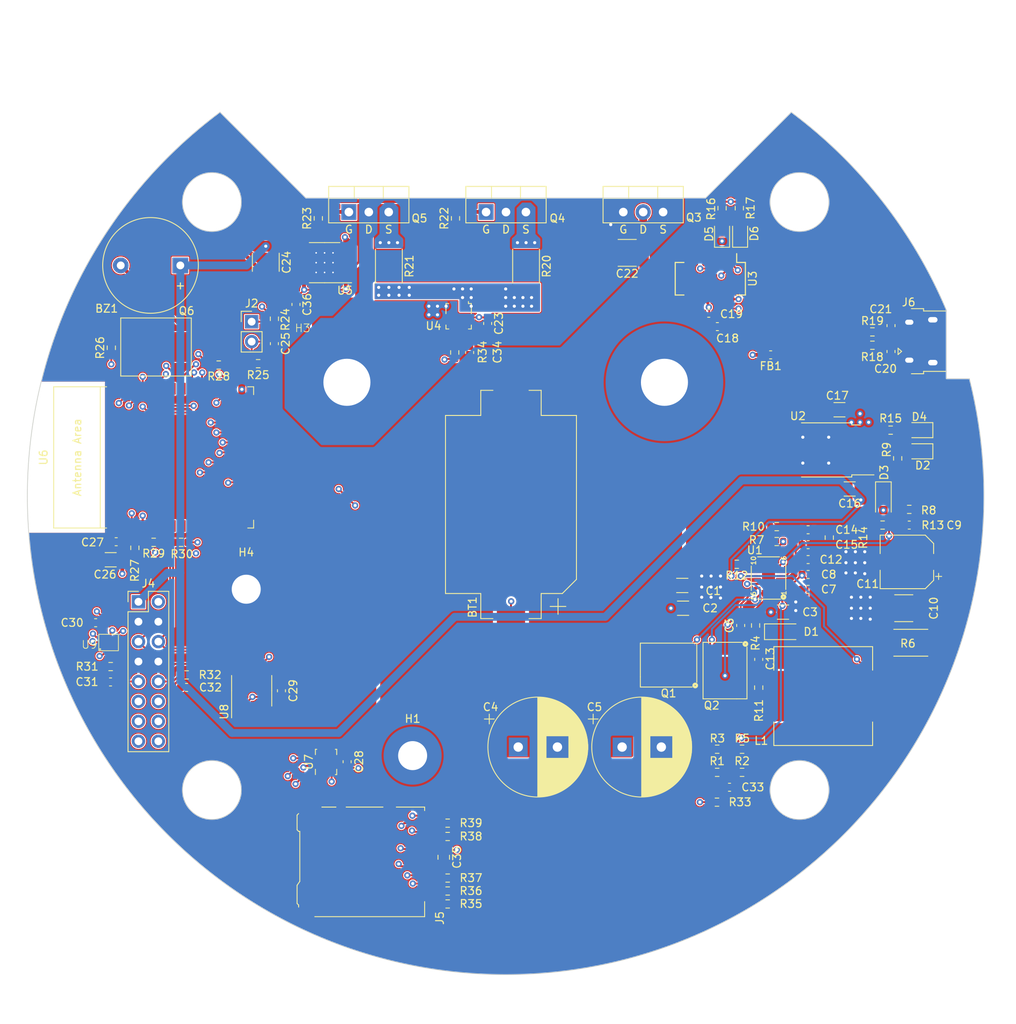
<source format=kicad_pcb>
(kicad_pcb (version 20221018) (generator pcbnew)
  (layers (0 "F.Cu" signal) (1 "In1.Cu" signal) (2 "In2.Cu" signal) (31 "B.Cu" signal) (34 "B.Paste" user) (35 "F.Paste" user) (36 "B.SilkS" user "B.Silkscreen") (37 "F.SilkS" user "F.Silkscreen") (38 "B.Mask" user) (39 "F.Mask" user) (44 "Edge.Cuts" user))
  (net 0 "")
  (net 1 "GND")
  (net 2 "/CS1")
  (net 3 "/CS0")
  (net 4 "/MOSI")
  (net 5 "/SCK")
  (net 6 "/MISO")
  (net 7 "/CS2")
  (net 8 "/CS3")
  (net 9 "/CS4")
  (net 10 "/BUZZER")
  (net 11 "Net-(D2-A)")
  (net 12 "Net-(D5-K)")
  (net 13 "Net-(Q4-S)")
  (net 14 "/ISENSE")
  (net 15 "+12V")
  (net 16 "+5V")
  (net 17 "/MOTOR(-)")
  (net 18 "/VCC1")
  (net 19 "/VOUT")
  (net 20 "/SCL")
  (net 21 "/SDA")
  (net 22 "Net-(BT1-+)")
  (net 23 "+VDC")
  (net 24 "Net-(BZ1-+)")
  (net 25 "SD_D2")
  (net 26 "SD_D3")
  (net 27 "SD_CMD")
  (net 28 "/ADC3")
  (net 29 "/ADC2")
  (net 30 "SD_CLK")
  (net 31 "SD_D0")
  (net 32 "/BAT_DIV")
  (net 33 "/MOTOR_GATE_A")
  (net 34 "/MOTOR_GATE_B")
  (net 35 "SD_D1")
  (net 36 "SD_DET")
  (net 37 "/MOTOR_PWM")
  (net 38 "/ADC_INT")
  (net 39 "/FB")
  (net 40 "/COMP")
  (net 41 "+3V3")
  (net 42 "/TRIGGER")
  (net 43 "/SENSE+")
  (net 44 "/IRQ_ORIENT")
  (net 45 "Net-(D4-A)")
  (net 46 "Net-(D5-A)")
  (net 47 "Net-(D6-A)")
  (net 48 "/FT_BOOT")
  (net 49 "/FT_RST")
  (net 50 "/FT_RX")
  (net 51 "/FT_TX")
  (net 52 "Net-(D1-K)")
  (net 53 "Net-(Q2-D)")
  (net 54 "Net-(U1-SS)")
  (net 55 "Net-(C13-Pad1)")
  (net 56 "Net-(C14-Pad2)")
  (net 57 "Net-(U3-3V3OUT)")
  (net 58 "Net-(D6-K)")
  (net 59 "Net-(J2-Pin_1)")
  (net 61 "Net-(Q1-G)")
  (net 62 "Net-(Q2-G)")
  (net 63 "Net-(Q5-S)")
  (net 64 "Net-(Q6-B)")
  (net 65 "Net-(U1-EN{slash}SYNC)")
  (net 66 "Net-(U1-BST)")
  (net 67 "Net-(U1-PG)")
  (net 68 "Net-(U1-FREQ)")
  (net 69 "Net-(U1-SYNCO)")
  (net 70 "Net-(U3-USBDM)")
  (net 71 "Net-(U3-USBDP)")
  (net 72 "Net-(U4-IP+)")
  (net 73 "Net-(U5-OUTA)")
  (net 74 "Net-(U5-OUTB)")
  (net 75 "Net-(U9-AIN0)")
  (net 76 "Net-(U9-AIN1)")
  (net 77 "Net-(U9-AIN2)")
  (net 78 "Net-(U9-AIN3)")
  (net 103 "Net-(J6-D-)")
  (net 104 "Net-(J6-D+)")
  (net 105 "Net-(J6-VBUS)")
  (footprint "Package_SON_AKL:Infineon_PG-TDSON-8" (layer "F.Cu") (at 120.775 121.55 180)
    (fp_text reference "Q1")
    (fp_text value "BSC061N08NS5" hide)
  )
  (footprint "Resistor_SMD:R_0603_1608Metric" (layer "F.Cu") (at 92.6 152 180)
    (fp_text reference "R35")
    (fp_text value "10K")
  )
  (footprint "Resistor_SMD:R_0603_1608Metric" (layer "F.Cu") (at 149.1 91.6)
    (fp_text reference "R15")
    (fp_text value "470R")
  )
  (footprint "Capacitor_SMD:C_0603_1608Metric" (layer "F.Cu") (at 47.7 116.15 180)
    (fp_text reference "C30")
    (fp_text value "100nF")
  )
  (footprint "Capacitor_SMD:C_0603_1608Metric" (layer "F.Cu") (at 95.4 81.7 -90)
    (fp_text reference "C34")
    (fp_text value "100nF")
  )
  (footprint "Package_SON_AKL:Infineon_PG-TDSON-8" (layer "F.Cu") (at 127.975 122.25 -90)
    (fp_text reference "Q2")
    (fp_text value "BSC061N08NS5" hide)
  )
  (footprint "Resistor_SMD:R_0603_1608Metric" (layer "F.Cu") (at 49.7 81.1 90)
    (fp_text reference "R26")
    (fp_text value "10K")
  )
  (footprint "Capacitor_SMD:C_0603_1608Metric" (layer "F.Cu") (at 50.32 105.825 180)
    (fp_text reference "C27")
    (fp_text value "100nF")
  )
  (footprint "Resistor_SMD:R_0603_1608Metric" (layer "F.Cu") (at 126.95 139.025 180)
    (fp_text reference "R33")
    (fp_text value "10K")
  )
  (footprint "Resistor_SMD:R_0603_1608Metric" (layer "F.Cu") (at 126.975 135.225)
    (fp_text reference "R1")
    (fp_text value "100K")
  )
  (footprint "LED_SMD:LED_0805_2012Metric" (layer "F.Cu") (at 152.8 91.6 180)
    (fp_text reference "D4")
    (fp_text value "LED")
  )
  (footprint "Resistor_SMD:R_0603_1608Metric" (layer "F.Cu") (at 146.775 79.075 180)
    (fp_text reference "R19")
    (fp_text value "27R")
  )
  (footprint "Capacitor_SMD:C_1206_3216Metric" (layer "F.Cu") (at 142.575 89 180)
    (fp_text reference "C17")
    (fp_text value "1uF")
  )
  (footprint "Capacitor_THT:CP_Radial_D12.5mm_P5.00mm" (layer "F.Cu") (at 101.601041 132)
    (fp_text reference "C4")
    (fp_text value "470uF")
  )
  (footprint "Resistor_SMD:R_0603_1608Metric" (layer "F.Cu") (at 52.7 106.6 -90)
    (fp_text reference "R27")
    (fp_text value "10K")
  )
  (footprint "Resistor_SMD:R_2512_6332Metric" (layer "F.Cu") (at 102.6 70.7 -90)
    (fp_text reference "R20")
    (fp_text value "0R007")
  )
  (footprint "Connector_USB:USB_Micro-B_Amphenol_10103594-0001LF_Horizontal" (layer "F.Cu") (at 153.365 80.235 90)
    (fp_text reference "J6")
    (fp_text value "USB_B_Micro")
  )
  (footprint "Espressif:ESP32-S3-WROOM-1" (layer "F.Cu") (at 58.1 95.075 90)
    (fp_text reference "U6")
    (fp_text value "ESP32-S3-WROOM-1")
  )
  (footprint "PCM_Package_DFN_QFN_AKL:QFN-20-1EP_3x4mm_P0.5mm_EP1.65x2.65mm" (layer "F.Cu") (at 133.525 110.45 180)
    (fp_text reference "U1")
    (fp_text value "~" hide)
  )
  (footprint "MountingHole:MountingHole_5mm_PTH_TopBottom" (layer "F.Cu") (at 120.25 85.5)
    (fp_text reference "H2")
    (fp_text value "MountingHole_Pad")
  )
  (footprint "Package_TO_SOT_SMD:TO-252-2" (layer "F.Cu") (at 140.835 94.12 180)
    (fp_text reference "U2")
    (fp_text value "BD33FC0FP")
  )
  (footprint "Package_TO_SOT_SMD_AKL:SOT-223-3_TabPin2" (layer "F.Cu") (at 55.4 81)
    (fp_text reference "Q6")
    (fp_text value "BCP56" hide)
  )
  (footprint "Capacitor_SMD:C_0603_1608Metric" (layer "F.Cu") (at 151.475 103.7 180)
    (fp_text reference "C9")
    (fp_text value "150pF")
  )
  (footprint "Inductor_SMD:L_12x12mm_H8mm" (layer "F.Cu") (at 140.5 125.5)
    (fp_text reference "L1")
    (fp_text value "15uH")
  )
  (footprint "Resistor_SMD:R_1206_3216Metric_Pad1.30x1.75mm_HandSolder" (layer "F.Cu") (at 122.625 114.3)
    (fp_text reference "C2")
    (fp_text value "4.7uF")
  )
  (footprint "Resistor_SMD:R_0603_1608Metric" (layer "F.Cu") (at 129.475 108.7 180)
    (fp_text reference "R12")
    (fp_text value "100K")
  )
  (footprint "MountingHole:MountingHole_3.7mm_Pad_TopBottom" (layer "F.Cu") (at 88.131 133.092)
    (fp_text reference "H1")
    (fp_text value "MountingHole_Pad")
  )
  (footprint "Capacitor_SMD:C_0603_1608Metric" (layer "F.Cu") (at 149.15 81.575 -90)
    (fp_text reference "C20")
    (fp_text value "47pF")
  )
  (footprint "Resistor_SMD:R_0603_1608Metric" (layer "F.Cu") (at 134.575 103.9)
    (fp_text reference "R10")
    (fp_text value "37K4")
  )
  (footprint "Capacitor_SMD:C_0805_2012Metric" (layer "F.Cu") (at 92.1 146.05 -90)
    (fp_text reference "C35")
    (fp_text value "47uF")
  )
  (footprint "Resistor_SMD:R_0603_1608Metric" (layer "F.Cu") (at 126.975 132.275)
    (fp_text reference "R3")
    (fp_text value "100K")
  )
  (footprint "Package_SO:SOIC-8_3.9x4.9mm_P1.27mm" (layer "F.Cu") (at 67.6 124.825 90)
    (fp_text reference "U8")
    (fp_text value "DS3231MZ")
  )
  (footprint "Capacitor_SMD:C_0603_1608Metric" (layer "F.Cu") (at 129.975 116.5 90)
    (fp_text reference "C6")
    (fp_text value "100nF")
  )
  (footprint "Package_TO_SOT_THT_AKL:TO-220-3_Vertical_GDS" (layer "F.Cu") (at 97.5 63.8)
    (fp_text reference "Q4")
    (fp_text value "IRF540" hide)
  )
  (footprint "Resistor_SMD:R_0603_1608Metric" (layer "F.Cu") (at 49.614939 121.740018 180)
    (fp_text reference "R31")
    (fp_text value "10K")
  )
  (footprint "Resistor_SMD:R_0603_1608Metric" (layer "F.Cu") (at 134.575 105.8 180)
    (fp_text reference "R7")
    (fp_text value "100K")
  )
  (footprint "Resistor_SMD:R_0603_1608Metric" (layer "F.Cu") (at 132.275 124.425 90)
    (fp_text reference "R11")
    (fp_text value "10R")
  )
  (footprint "Resistor_SMD:R_0603_1608Metric" (layer "F.Cu") (at 150 95.2 90)
    (fp_text reference "R9")
    (fp_text value "3.3K")
  )
  (footprint "Resistor_SMD:R_0603_1608Metric" (layer "F.Cu") (at 141.275 105.3 -90)
    (fp_text reference "R14")
    (fp_text value "10K")
  )
  (footprint "MountingHole:MountingHole_3.7mm_Pad_TopBottom" (layer "F.Cu") (at 66.907 111.879)
    (fp_text reference "H4")
    (fp_text value "MountingHole_Pad")
  )
  (footprint "Resistor_SMD:R_0603_1608Metric" (layer "F.Cu") (at 70.5 77.4 90)
    (fp_text reference "R24")
    (fp_text value "1K")
  )
  (footprint "Capacitor_SMD:C_0603_1608Metric" (layer "F.Cu") (at 149.15 78.275 90)
    (fp_text reference "C21")
    (fp_text value "47pF")
  )
  (footprint "Capacitor_SMD:C_1206_3216Metric" (layer "F.Cu") (at 143.875 99.1 180)
    (fp_text reference "C16")
    (fp_text value "1uF")
  )
  (footprint "Capacitor_SMD:C_0603_1608Metric" (layer "F.Cu") (at 132.275 120.825 90)
    (fp_text reference "C13")
    (fp_text value "220pF")
  )
  (footprint "Diode_SMD:D_SOD-123F" (layer "F.Cu") (at 148.175 100.4 -90)
    (fp_text reference "D3")
    (fp_text value "D_Schottky")
  )
  (footprint "Package_SO:SSOP-20_3.9x8.7mm_P0.635mm" (layer "F.Cu") (at 126.1 72.3 -90)
    (fp_text reference "U3")
    (fp_text value "FT231XS")
  )
  (footprint "Sensor_Current:Allegro_QFN-12-10-1EP_3x3mm_P0.5mm" (layer "F.Cu") (at 94 77 -90)
    (fp_text reference "U4")
    (fp_text value "ACS711xEXLT-31AB")
  )
  (footprint "Resistor_SMD:R_1206_3216Metric_Pad1.30x1.75mm_HandSolder" (layer "F.Cu") (at 122.525 111.4)
    (fp_text reference "C1")
    (fp_text value "4.7uF")
  )
  (footprint "Package_TO_SOT_THT_AKL:TO-220-3_Vertical_GDS" (layer "F.Cu") (at 80 63.8)
    (fp_text reference "Q5")
    (fp_text value "IRF540" hide)
  )
  (footprint "Resistor_SMD:R_0603_1608Metric" (layer "F.Cu") (at 92.6 148.7 180)
    (fp_text reference "R37")
    (fp_text value "10K")
  )
  (footprint "Capacitor_SMD:C_0603_1608Metric" (layer "F.Cu") (at 70.5 80.575 -90)
    (fp_text reference "C25")
    (fp_text value "100nF")
  )
  (footprint "Capacitor_SMD:C_0603_1608Metric" (layer "F.Cu") (at 138.575 106.2)
    (fp_text reference "C15")
    (fp_text value "82pF")
  )
  (footprint "LED_SMD:LED_0805_2012Metric" (layer "F.Cu") (at 152.8 94.3 180)
    (fp_text reference "D2")
    (fp_text value "LED")
  )
  (footprint "Capacitor_SMD:C_0603_1608Metric" (layer "F.Cu") (at 138.575 111.9)
    (fp_text reference "C7")
    (fp_text value "4.7uF")
  )
  (footprint "Resistor_SMD:R_0603_1608Metric" (layer "F.Cu") (at 92.6 141.7 180)
    (fp_text reference "R39")
    (fp_text value "10K")
  )
  (footprint "Buzzer_Beeper:Buzzer_12x9.5RM7.6" (layer "F.Cu") (at 58.5 70.6 180)
    (fp_text reference "BZ1")
    (fp_text value "Buzzer")
  )
  (footprint "Connector_PinHeader_2.54mm:PinHeader_1x02_P2.54mm_Vertical" (layer "F.Cu") (at 67.6 77.775)
    (fp_text reference "J2")
    (fp_text value "Conn_01x02_Pin")
  )
  (footprint "Resistor_SMD:R_0603_1608Metric" (layer "F.Cu") (at 58.6 105.9)
    (fp_text reference "R30")
    (fp_text value "4K7")
  )
  (footprint "Package_SO:Infineon_PG-DSO-8-27_3.9x4.9mm_EP2.65x3mm_ThermalVias" (layer "F.Cu") (at 76.9 70.25 180)
    (fp_text reference "U5")
    (fp_text value "~")
  )
  (footprint "Capacitor_SMD:C_1812_4532Metric" (layer "F.Cu") (at 115.5 69 180)
    (fp_text reference "C22")
    (fp_text value "1000pF")
  )
  (footprint "Connector_PinHeader_2.54mm:PinHeader_2x08_P2.54mm_Vertical" (layer "F.Cu") (at 53.16 113.48)
    (fp_text reference "J4")
    (fp_text value "Conn_02x08_Top_Bottom")
  )
  (footprint "Resistor_SMD:R_0603_1608Metric" (layer "F.Cu") (at 93.6 64.6 90)
    (fp_text reference "R22")
    (fp_text value "10R")
  )
  (footprint "Capacitor_SMD:C_0603_1608Metric" (layer "F.Cu") (at 138.575 108.1)
    (fp_text reference "C12")
    (fp_text value "10nF")
  )
  (footprint "Resistor_SMD:R_0603_1608Metric" (layer "F.Cu") (at 130.15 132.275)
    (fp_text reference "R5")
    (fp_text value "10K")
  )
  (footprint "Capacitor_SMD:C_0603_1608Metric" (layer "F.Cu") (at 49.6 123.7 180)
    (fp_text reference "C31")
    (fp_text value "100nF")
  )
  (footprint "Capacitor_SMD:C_0603_1608Metric" (layer "F.Cu") (at 127 78.4)
    (fp_text reference "C18")
    (fp_text value "100nF")
  )
  (footprint "Capacitor_SMD:C_0603_1608Metric" (layer "F.Cu") (at 97.7 78 -90)
    (fp_text reference "C23")
    (fp_text value "1uF")
  )
  (footprint "Resistor_SMD:R_0603_1608Metric" (layer "F.Cu") (at 131.875 116.5 -90)
    (fp_text reference "R4")
    (fp_text value "2R2")
  )
  (footprint "Capacitor_SMD:C_0603_1608Metric" (layer "F.Cu") (at 71.4 124.825 90)
    (fp_text reference "C29")
    (fp_text value "100nF")
  )
  (footprint "Resistor_SMD:R_2512_6332Metric" (layer "F.Cu") (at 151.675 118.7)
    (fp_text reference "R6")
    (fp_text value "0R007")
  )
  (footprint "LED_SMD:LED_0805_2012Metric" (layer "F.Cu") (at 127.6 66.6 90)
    (fp_text reference "D5")
    (fp_text value "LED")
  )
  (footprint "Resistor_SMD:R_0603_1608Metric" (layer "F.Cu") (at 55.1 105.9 180)
    (fp_text reference "R29")
    (fp_text value "4K7")
  )
  (footprint "Resistor_SMD:R_0603_1608Metric" (layer "F.Cu") (at 59.3 122.8)
    (fp_text reference "R32")
    (fp_text value "10K")
  )
  (footprint "Capacitor_SMD:C_1812_4532Metric" (layer "F.Cu") (at 69.4 70.2 -90)
    (fp_text reference "C24")
    (fp_text value "1uF")
  )
  (footprint "Capacitor_THT:CP_Radial_D12.5mm_P5.00mm" (layer "F.Cu") (at 114.85 132)
    (fp_text reference "C5")
    (fp_text value "470uF")
  )
  (footprint "Resistor_SMD:R_0603_1608Metric" (layer "F.Cu") (at 151.475 101.7 180)
    (fp_text reference "R8")
    (fp_text value "169K")
  )
  (footprint "Resistor_SMD:R_0603_1608Metric" (layer "F.Cu") (at 68.425 83.125)
    (fp_text reference "R25")
    (fp_text value "10K")
  )
  (footprint "Capacitor_SMD:C_1206_3216Metric" (layer "F.Cu") (at 49.62 108.125 180)
    (fp_text reference "C26")
    (fp_text value "1uF")
  )
  (footprint "Resistor_SMD:R_0603_1608Metric" (layer "F.Cu") (at 148.075 103.7 180)
    (fp_text reference "R13")
    (fp_text value "12K")
  )
  (footprint "Capacitor_SMD:C_0603_1608Metric" (layer "F.Cu") (at 138.575 104.3)
    (fp_text reference "C14")
    (fp_text value "220pF")
  )
  (footprint "Capacitor_SMD:C_0603_1608Metric" (layer "F.Cu") (at 73.25 75.575 -90)
    (fp_text reference "C36")
    (fp_text value "100nF")
  )
  (footprint "Capacitor_SMD:C_0603_1608Metric" (layer "F.Cu") (at 59.3 124.4)
    (fp_text reference "C32")
    (fp_text value "100nF")
  )
  (footprint "Capacitor_SMD:C_1812_4532Metric" (layer "F.Cu") (at 150.775 114.3 180)
    (fp_text reference "C10")
    (fp_text value "22uF")
  )
  (footprint "Diode_SMD:D_SOD-123" (layer "F.Cu") (at 135.375 117.3)
    (fp_text reference "D1")
    (fp_text value "1N4148W")
  )
  (footprint "Resistor_SMD:R_0603_1608Metric" (layer "F.Cu") (at 129.8 63.3 -90)
    (fp_text reference "R17")
    (fp_text value "1K")
  )
  (footprint "Resistor_SMD:R_0603_1608Metric" (layer "F.Cu") (at 130.15 135.225)
    (fp_text reference "R2")
    (fp_text value "4K7")
  )
  (footprint "Resistor_SMD:R_0603_1608Metric" (layer "F.Cu") (at 92.6 150.35 180)
    (fp_text reference "R36")
    (fp_text value "10K")
  )
  (footprint "Capacitor_SMD:CP_Elec_6.3x4.5" (layer "F.Cu") (at 151.175 108.4 180)
    (fp_text reference "C11")
    (fp_text value "220uF")
  )
  (footprint "Resistor_SMD:R_1206_3216Metric_Pad1.30x1.75mm_HandSolder" (layer "F.Cu") (at 135.375 114.8)
    (fp_text reference "C3")
    (fp_text value "4.7uF")
  )
  (footprint "Capacitor_SMD:C_0603_1608Metric" (layer "F.Cu") (at 125.9 76.7)
    (fp_text reference "C19")
    (fp_text value "100nF")
  )
  (footprint "Resistor_SMD:R_0603_1608Metric" (layer "F.Cu") (at 63.4 83.3)
    (fp_text reference "R28")
    (fp_text value "10K")
  )
  (footprint "Resistor_SMD:R_0603_1608Metric" (layer "F.Cu") (at 92.6 143.4 180)
    (fp_text reference "R38")
    (fp_text value "10K")
  )
  (footprint "LED_SMD:LED_0805_2012Metric" (layer "F.Cu") (at 129.9 66.6 90)
    (fp_text reference "D6")
    (fp_text value "LED")
  )
  (footprint "Battery:BatteryHolder_Keystone_1060_1x2032" (layer "F.Cu") (at 100.675 101.075 90)
    (fp_text reference "BT1")
    (fp_text value "Battery_Cell")
  )
  (footprint "Connector_Card:microSD_HC_Hirose_DM3AT-SF-PEJM5" (layer "F.Cu") (at 81.775 146.625 -90)
    (fp_text reference "J5")
    (fp_text value "Micro_SD_Card_Det_Hirose_DM3AT")
  )
  (footprint "Resistor_SMD:R_0603_1608Metric" (layer "F.Cu") (at 146.775 80.775 180)
    (fp_text reference "R18")
    (fp_text value "27R")
  )
  (footprint "MountingHole:MountingHole_5mm_PTH_TopBottom" (layer "F.Cu") (at 79.75 85.5)
    (fp_text reference "H3")
    (fp_text value "MountingHole_Pad")
  )
  (footprint "Package_DFN_QFN:10-XFQFN" (layer "F.Cu") (at 49.35 113.57)
    (fp_text reference "U9")
    (fp_text value "ADS1115IDGS")
  )
  (footprint "Capacitor_SMD:C_0603_1608Metric" (layer "F.Cu") (at 133.8 82 180)
    (fp_text reference "FB1")
    (fp_text value "FerriteBead")
  )
  (footprint "Capacitor_SMD:C_0603_1608Metric" (layer "F.Cu") (at 128.55 137.125)
    (fp_text reference "C33")
    (fp_text value "100nF")
  )
  (footprint "Resistor_SMD:R_2512_6332Metric" (layer "F.Cu") (at 85.1 70.7 -90)
    (fp_text reference "R21")
    (fp_text value "0R007")
  )
  (footprint "Capacitor_SMD:C_0603_1608Metric" (layer "F.Cu") (at 79.7725 133.87 90)
    (fp_text reference "C28")
    (fp_text value "100nF")
  )
  (footprint "Package_TO_SOT_THT_AKL:TO-220-3_Vertical_GDS" (layer "F.Cu") (at 115 63.8)
    (fp_text reference "Q3")
    (fp_text value "IRF540" hide)
  )
  (footprint "Resistor_SMD:R_0603_1608Metric" (layer "F.Cu") (at 127.6 63.3 -90)
    (fp_text reference "R16")
    (fp_text value "1K")
  )
  (footprint "Capacitor_SMD:C_0603_1608Metric" (layer "F.Cu") (at 138.575 110)
    (fp_text reference "C8")
    (fp_text value "1uF")
  )
  (footprint "Package_LGA:LGA-14_3x2.5mm_P0.5mm_LayoutBorder3x4y" (layer "F.Cu") (at 77.0875 133.9 90)
    (fp_text reference "U7")
    (fp_text value "LSM6DSM")
  )
  (footprint "Resistor_SMD:R_0603_1608Metric" (layer "F.Cu") (at 76.1 64.6 90)
    (fp_text reference "R23")
    (fp_text value "10R")
  )
  (footprint "Resistor_SMD:R_0603_1608Metric" (layer "F.Cu") (at 93.5 81.7 -90)
    (fp_text reference "R34")
    (fp_text value "10K")
  )
  (gr_circle (center 137.477 62.523) (end 141.227 62.523) (stroke (width 0.1)) (fill none) (layer "Edge.Cuts"))
  (gr_line (start 156.2 76.275) (end 156.2 85.05) (stroke (width 0.1)) (layer "Edge.Cuts"))
  (gr_arc (start 136.42687 51.067406) (mid 147.997812 62.349958) (end 156.2 76.275) (stroke (width 0.1)) (layer "Edge.Cuts"))
  (gr_circle (center 62.523 62.523) (end 66.273 62.523) (stroke (width 0.1)) (fill none) (layer "Edge.Cuts"))
  (gr_line (start 156.2 85.05) (end 159.15 85.05) (stroke (width 0.1)) (layer "Edge.Cuts"))
  (gr_line (start 74.5 62) (end 63.571628 51.071544) (stroke (width 0.1)) (layer "Edge.Cuts"))
  (gr_circle (center 137.477 137.477) (end 141.227 137.477) (stroke (width 0.1)) (fill none) (layer "Edge.Cuts"))
  (gr_line (start 74.5 62) (end 125.5 62) (stroke (width 0.1)) (layer "Edge.Cuts"))
  (gr_arc (start 159.15 85.05) (mid 79.560587 157.484393) (end 63.565732 51.063622) (stroke (width 0.1)) (layer "Edge.Cuts"))
  (gr_circle (center 62.523 137.477) (end 66.273 137.477) (stroke (width 0.1)) (fill none) (layer "Edge.Cuts"))
  (gr_line (start 125.5 62) (end 136.425422 51.069347) (stroke (width 0.1)) (layer "Edge.Cuts"))
  (via (at 92.4 75.8) (size 0.8) (drill 0.4) (layers "F.Cu" "B.Cu") (net 1))
  (via (at 90.2 76.9) (size 0.8) (drill 0.4) (layers "F.Cu" "B.Cu") (net 1))
  (via (at 145.8 108.5) (size 0.8) (drill 0.4) (layers "F.Cu" "B.Cu") (net 1))
  (via (at 90.2 75.8) (size 0.8) (drill 0.4) (layers "F.Cu" "B.Cu") (net 1))
  (via (at 137 113.5) (size 0.8) (drill 0.4) (layers "F.Cu" "B.Cu") (net 1))
  (via (at 127.4 111.6) (size 0.8) (drill 0.4) (layers "F.Cu" "B.Cu") (net 1))
  (via (at 126.2 110.2) (size 0.8) (drill 0.4) (layers "F.Cu" "B.Cu") (net 1))
  (via (at 143.4 107.1) (size 0.8) (drill 0.4) (layers "F.Cu" "B.Cu") (net 1))
  (via (at 91.3 76.9) (size 0.8) (drill 0.4) (layers "F.Cu" "B.Cu") (net 1))
  (via (at 144.1 115.6) (size 0.8) (drill 0.4) (layers "F.Cu" "B.Cu") (net 1))
  (via (at 91.3 75.8) (size 0.8) (drill 0.4) (layers "F.Cu" "B.Cu") (net 1))
  (via (at 125 110.2) (size 0.8) (drill 0.4) (layers "F.Cu" "B.Cu") (net 1))
  (via (at 146.5 112.9) (size 0.8) (drill 0.4) (layers "F.Cu" "B.Cu") (net 1))
  (via (at 145.8 107.1) (size 0.8) (drill 0.4) (layers "F.Cu" "B.Cu") (net 1))
  (via (at 144.6 109.8) (size 0.8) (drill 0.4) (layers "F.Cu" "B.Cu") (net 1))
  (via (at 126.2 111.6) (size 0.8) (drill 0.4) (layers "F.Cu" "B.Cu") (net 1))
  (via (at 137.9 92.5) (size 0.8) (drill 0.4) (layers "F.Cu" "B.Cu") (net 1))
  (via (at 145.3 115.6) (size 0.8) (drill 0.4) (layers "F.Cu" "B.Cu") (net 1))
  (via (at 125 112.9) (size 0.8) (drill 0.4) (layers "F.Cu" "B.Cu") (net 1))
  (via (at 145.3 114.3) (size 0.8) (drill 0.4) (layers "F.Cu" "B.Cu") (net 1))
  (via (at 137.9 95.8) (size 0.8) (drill 0.4) (layers "F.Cu" "B.Cu") (net 1))
  (via (at 145.8 109.9) (size 0.8) (drill 0.4) (layers "F.Cu" "B.Cu") (net 1))
  (via (at 146.5 115.7) (size 0.8) (drill 0.4) (layers "F.Cu" "B.Cu") (net 1))
  (via (at 141.2 92.5) (size 0.8) (drill 0.4) (layers "F.Cu" "B.Cu") (net 1))
  (via (at 144.1 112.9) (size 0.8) (drill 0.4) (layers "F.Cu" "B.Cu") (net 1))
  (via (at 144.6 107.1) (size 0.8) (drill 0.4) (layers "F.Cu" "B.Cu") (net 1))
  (via (at 125 111.6) (size 0.8) (drill 0.4) (layers "F.Cu" "B.Cu") (net 1))
  (via (at 127.4 113) (size 0.8) (drill 0.4) (layers "F.Cu" "B.Cu") (net 1))
  (via (at 137 114.6) (size 0.8) (drill 0.4) (layers "F.Cu" "B.Cu") (net 1))
  (via (at 126.2 112.9) (size 0.8) (drill 0.4) (layers "F.Cu" "B.Cu") (net 1))
  (via (at 145.3 112.9) (size 0.8) (drill 0.4) (layers "F.Cu" "B.Cu") (net 1))
  (via (at 127.4 110.2) (size 0.8) (drill 0.4) (layers "F.Cu" "B.Cu") (net 1))
  (via (at 146.5 114.3) (size 0.8) (drill 0.4) (layers "F.Cu" "B.Cu") (net 1))
  (via (at 144.6 108.5) (size 0.8) (drill 0.4) (layers "F.Cu" "B.Cu") (net 1))
  (via (at 144.1 114.3) (size 0.8) (drill 0.4) (layers "F.Cu" "B.Cu") (net 1))
  (via (at 143.4 109.8) (size 0.8) (drill 0.4) (layers "F.Cu" "B.Cu") (net 1))
  (via (at 141.2 95.8) (size 0.8) (drill 0.4) (layers "F.Cu" "B.Cu") (net 1))
  (via (at 143.4 108.5) (size 0.8) (drill 0.4) (layers "F.Cu" "B.Cu") (net 1))
  (segment (start 64.65 98.25) (end 64.6 98.3) (width 0.25) (layer "F.Cu") (net 3))
  (segment (start 72.9 133.425) (end 76.15 133.425) (width 0.25) (layer "F.Cu") (net 3))
  (segment (start 76.15 133.425) (end 76.175 133.4) (width 0.25) (layer "F.Cu") (net 3))
  (segment (start 67.6 98.25) (end 64.65 98.25) (width 0.25) (layer "F.Cu") (net 3))
  (via (at 72.9 133.425) (size 0.8) (drill 0.4) (layers "F.Cu" "B.Cu") (net 3))
  (via (at 64.6 98.3) (size 0.8) (drill 0.4) (layers "F.Cu" "B.Cu") (net 3))
  (segment (start 61 97) (end 61.02 96.98) (width 0.25) (layer "F.Cu") (net 4))
  (segment (start 74.4 134.4) (end 74.2 134.6) (width 0.25) (layer "F.Cu") (net 4))
  (segment (start 61.02 96.98) (end 67.6 96.98) (width 0.25) (layer "F.Cu") (net 4))
  (segment (start 76.175 134.4) (end 74.4 134.4) (width 0.25) (layer "F.Cu") (net 4))
  (via (at 61 97) (size 0.8) (drill 0.4) (layers "F.Cu" "B.Cu") (net 4))
  (via (at 74.2 134.6) (size 0.8) (drill 0.4) (layers "F.Cu" "B.Cu") (net 4))
  (segment (start 73.977932 133.9) (end 72.2 135.677932) (width 0.25) (layer "F.Cu") (net 5))
  (segment (start 67.6 95.71) (end 62.1 95.71) (width 0.25) (layer "F.Cu") (net 5))
  (segment (start 76.175 133.9) (end 73.977932 133.9) (width 0.25) (layer "F.Cu") (net 5))
  (via (at 62.1 95.71) (size 0.8) (drill 0.4) (layers "F.Cu" "B.Cu") (net 5))
  (via (at 72.2 135.7) (size 0.8) (drill 0.4) (layers "F.Cu" "B.Cu") (net 5))
  (segment (start 74.8375 135.0625) (end 76.3375 135.0625) (width 0.25) (layer "F.Cu") (net 6))
  (segment (start 63.56 94.44) (end 67.6 94.44) (width 0.25) (layer "F.Cu") (net 6))
  (segment (start 63.5 94.5) (end 63.56 94.44) (width 0.25) (layer "F.Cu") (net 6))
  (segment (start 73.2 136.7) (end 74.8375 135.0625) (width 0.25) (layer "F.Cu") (net 6))
  (via (at 63.5 94.5) (size 0.8) (drill 0.4) (layers "F.Cu" "B.Cu") (net 6))
  (via (at 73.2 136.7) (size 0.8) (drill 0.4) (layers "F.Cu" "B.Cu") (net 6))
  (segment (start 67.6 93.17) (end 63.9 93.17) (width 0.25) (layer "F.Cu") (net 7))
  (via (at 63.9 93.17) (size 0.8) (drill 0.4) (layers "F.Cu" "B.Cu") (net 7))
  (segment (start 67.6 91.9) (end 63.1 91.9) (width 0.25) (layer "F.Cu") (net 8))
  (via (at 63.1 91.9) (size 0.8) (drill 0.4) (layers "F.Cu" "B.Cu") (net 8))
  (segment (start 62.37 90.63) (end 67.6 90.63) (width 0.25) (layer "F.Cu") (net 9))
  (via (at 62.37 90.63) (size 0.8) (drill 0.4) (layers "F.Cu" "B.Cu") (net 9))
  (segment (start 54.46 89.36) (end 53.7 88.6) (width 0.25) (layer "F.Cu") (net 10))
  (segment (start 49.7 83.2) (end 49.7 81.925) (width 0.25) (layer "F.Cu") (net 10))
  (segment (start 67.6 89.36) (end 54.46 89.36) (width 0.25) (layer "F.Cu") (net 10))
  (via (at 53.7 88.6) (size 0.8) (drill 0.4) (layers "F.Cu" "B.Cu") (net 10))
  (via (at 49.7 83.2) (size 0.8) (drill 0.4) (layers "F.Cu" "B.Cu") (net 10))
  (segment (start 150.075 94.3) (end 150 94.375) (width 0.25) (layer "F.Cu") (net 11))
  (segment (start 151.8625 94.3) (end 150.075 94.3) (width 0.25) (layer "F.Cu") (net 11))
  (segment (start 127.0525 75.569) (end 127.5835 76.1) (width 0.25) (layer "F.Cu") (net 12))
  (segment (start 127.5835 76.1) (end 129.7 76.1) (width 0.25) (layer "F.Cu") (net 12))
  (segment (start 127.0525 74.9) (end 127.0525 75.569) (width 0.25) (layer "F.Cu") (net 12))
  (segment (start 127.6 67.5375) (end 127.6 67.5) (width 0.25) (layer "F.Cu") (net 12))
  (via (at 127.6 67.5) (size 0.8) (drill 0.4) (layers "F.Cu" "B.Cu") (net 12))
  (via (at 129.7 76.1) (size 0.8) (drill 0.4) (layers "F.Cu" "B.Cu") (net 12))
  (segment (start 102.6 67.7) (end 102.6 63.82) (width 1) (layer "F.Cu") (net 13))
  (via (at 103.7 67.7) (size 0.8) (drill 0.4) (layers "F.Cu" "B.Cu") (net 13))
  (via (at 102.6 67.7) (size 0.8) (drill 0.4) (layers "F.Cu" "B.Cu") (net 13))
  (via (at 101.5 67.7) (size 0.8) (drill 0.4) (layers "F.Cu" "B.Cu") (net 13))
  (segment (start 95.45 77.73) (end 95.45 80.929957) (width 0.25) (layer "F.Cu") (net 14))
  (segment (start 95.459982 80.939939) (end 93.564939 80.939939) (width 0.25) (layer "F.Cu") (net 14))
  (segment (start 145.3 100.5) (end 145.3 99.15) (width 0.25) (layer "F.Cu") (net 15))
  (segment (start 130.422068 109.7) (end 130.270068 109.548) (width 0.25) (layer "F.Cu") (net 15))
  (segment (start 70.865 69.615) (end 74.275 69.615) (width 0.5) (layer "F.Cu") (net 15))
  (segment (start 129.452 109.548) (end 128.8 110.2) (width 0.25) (layer "F.Cu") (net 15))
  (segment (start 132.075 109.7) (end 130.422068 109.7) (width 0.25) (layer "F.Cu") (net 15))
  (segment (start 130.270068 109.548) (end 129.452 109.548) (width 0.25) (layer "F.Cu") (net 15))
  (segment (start 69.4 68.15) (end 70.865 69.615) (width 0.5) (layer "F.Cu") (net 15))
  (via (at 69.4 68.15) (size 0.8) (drill 0.4) (layers "F.Cu" "B.Cu") (net 15))
  (via (at 128.8 110.2) (size 0.8) (drill 0.4) (layers "F.Cu" "B.Cu") (net 15))
  (via (at 145.3 100.5) (size 0.8) (drill 0.4) (layers "F.Cu" "B.Cu") (net 15))
  (segment (start 58.5 123.6) (end 65.1 130.2) (width 1) (layer "B.Cu") (net 15))
  (segment (start 133.6 103.3) (end 128.8 108.1) (width 0.25) (layer "B.Cu") (net 15))
  (segment (start 93.5 115.4) (end 78.7 130.2) (width 1) (layer "B.Cu") (net 15))
  (segment (start 130.1 98) (end 112.7 115.4) (width 1) (layer "B.Cu") (net 15))
  (segment (start 142.8 98) (end 130.1 98) (width 1) (layer "B.Cu") (net 15))
  (segment (start 56.84 109.8) (end 53.16 113.48) (width 1) (layer "B.Cu") (net 15))
  (segment (start 78.7 130.2) (end 65.1 130.2) (width 1) (layer "B.Cu") (net 15))
  (segment (start 145.3 101) (end 143 103.3) (width 0.25) (layer "B.Cu") (net 15))
  (segment (start 145.3 100.5) (end 142.8 98) (width 1) (layer "B.Cu") (net 15))
  (segment (start 112.7 115.4) (end 93.5 115.4) (width 1) (layer "B.Cu") (net 15))
  (segment (start 128.8 108.1) (end 128.8 110.2) (width 0.25) (layer "B.Cu") (net 15))
  (segment (start 143 103.3) (end 133.6 103.3) (width 0.25) (layer "B.Cu") (net 15))
  (segment (start 145.3 100.5) (end 145.3 101) (width 0.25) (layer "B.Cu") (net 15))
  (segment (start 56.84 109.8) (end 58.5 109.8) (width 1) (layer "B.Cu") (net 15))
  (segment (start 66.95 70.6) (end 69.4 68.15) (width 1) (layer "B.Cu") (net 15))
  (segment (start 58.5 109.8) (end 58.5 70.6) (width 1) (layer "B.Cu") (net 15))
  (segment (start 58.5 70.6) (end 66.95 70.6) (width 1) (layer "B.Cu") (net 15))
  (segment (start 58.5 123.6) (end 58.5 109.8) (width 1) (layer "B.Cu") (net 15))
  (segment (start 126.225 78.4) (end 125.973 78.148) (width 0.25) (layer "F.Cu") (net 16))
  (segment (start 125.973 75.9405) (end 125.7825 75.75) (width 0.25) (layer "F.Cu") (net 16))
  (segment (start 133.025 82) (end 131.5 82) (width 0.5) (layer "F.Cu") (net 16))
  (segment (start 125.973 75.9405) (end 125.923126 75.9405) (width 0.25) (layer "F.Cu") (net 16))
  (segment (start 125.973 78.148) (end 125.973 75.9405) (width 0.25) (layer "F.Cu") (net 16))
  (segment (start 127.6 62.475) (end 129.8 62.475) (width 0.25) (layer "F.Cu") (net 16))
  (segment (start 125.7825 75.75) (end 125.7825 74.9) (width 0.25) (layer "F.Cu") (net 16))
  (segment (start 125.923126 75.9405) (end 125.909993 75.927367) (width 0.25) (layer "F.Cu") (net 16))
  (via (at 128.7 62.475) (size 0.8) (drill 0.4) (layers "F.Cu" "B.Cu") (net 16))
  (via (at 148.175 101.8) (size 0.8) (drill 0.4) (layers "F.Cu" "B.Cu") (net 16))
  (via (at 125.909993 75.927367) (size 0.8) (drill 0.4) (layers "F.Cu" "B.Cu") (net 16))
  (via (at 131.5 82) (size 0.8) (drill 0.4) (layers "F.Cu" "B.Cu") (net 16))
  (segment (start 100.04 63.8) (end 100.04 65.66) (width 1) (layer "F.Cu") (net 17))
  (segment (start 113.45 68.6) (end 113.4 65.4) (width 1) (layer "F.Cu") (net 17))
  (segment (start 100.04 65.66) (end 95.3 70.4) (width 1) (layer "F.Cu") (net 17))
  (segment (start 84.34 70.4) (end 82.54 72.2) (width 1) (layer "F.Cu") (net 17))
  (segment (start 82.54 63.8) (end 82.54 72.2) (width 1) (layer "F.Cu") (net 17))
  (segment (start 113.45 65.35) (end 115 63.8) (width 1) (layer "F.Cu") (net 17))
  (segment (start 113.4 65.4) (end 113.45 65.35) (width 1) (layer "F.Cu") (net 17))
  (segment (start 95.3 70.4) (end 84.34 70.4) (width 1) (layer "F.Cu") (net 17))
  (via (at 113.4 65.4) (size 0.8) (drill 0.4) (layers "F.Cu" "B.Cu") (net 17))
  (segment (start 138.502 110.702) (end 137.8 110) (width 0.25) (layer "F.Cu") (net 18))
  (segment (start 134.975 111.2) (end 136.6 111.2) (width 0.25) (layer "F.Cu") (net 18))
  (segment (start 134.275 108.5) (end 134.275 106.958158) (width 0.25) (layer "F.Cu") (net 18))
  (segment (start 134.275 106.958158) (end 135.4 105.833158) (width 0.25) (layer "F.Cu") (net 18))
  (segment (start 136.6 111.2) (end 137.8 110) (width 0.25) (layer "F.Cu") (net 18))
  (segment (start 138.502 115.823) (end 138.502 110.702) (width 0.25) (layer "F.Cu") (net 18))
  (segment (start 137.025 117.3) (end 138.502 115.823) (width 0.25) (layer "F.Cu") (net 18))
  (via (at 135.4 105.8) (size 0.8) (drill 0.4) (layers "F.Cu" "B.Cu") (net 18))
  (via (at 137.8 110.1295) (size 0.8) (drill 0.4) (layers "F.Cu" "B.Cu") (net 18))
  (segment (start 134.975 111.7) (end 137.6 111.7) (width 0.25) (layer "F.Cu") (net 19))
  (segment (start 64.3 119.8) (end 65.695 121.195) (width 0.25) (layer "F.Cu") (net 20))
  (segment (start 57.2 107.175) (end 55.925 105.9) (width 0.25) (layer "F.Cu") (net 20))
  (segment (start 56.3 117.3) (end 57.2 116.4) (width 0.25) (layer "F.Cu") (net 20))
  (segment (start 53.16 118.56) (end 54.42 117.3) (width 0.25) (layer "F.Cu") (net 20))
  (segment (start 56.19 103.825) (end 56.19 105.635) (width 0.25) (layer "F.Cu") (net 20))
  (segment (start 57.2 116.4) (end 57.2 107.175) (width 0.25) (layer "F.Cu") (net 20))
  (segment (start 54.42 117.3) (end 56.3 117.3) (width 0.25) (layer "F.Cu") (net 20))
  (segment (start 65.695 121.195) (end 65.695 122.35) (width 0.25) (layer "F.Cu") (net 20))
  (segment (start 54.4 119.8) (end 64.3 119.8) (width 0.25) (layer "F.Cu") (net 20))
  (segment (start 47.445 118.645) (end 48.5 118.645) (width 0.25) (layer "F.Cu") (net 20))
  (segment (start 53.16 118.56) (end 54.4 119.8) (width 0.25) (layer "F.Cu") (net 20))
  (segment (start 47.3 118.5) (end 47.445 118.645) (width 0.25) (layer "F.Cu") (net 20))
  (via (at 47.3 118.5) (size 0.8) (drill 0.4) (layers "F.Cu" "B.Cu") (net 20))
  (segment (start 47.82 118.02) (end 48.6 118.02) (width 0.25) (layer "F.Cu") (net 21))
  (segment (start 57.577 116.623) (end 57.577 106.098) (width 0.25) (layer "F.Cu") (net 21))
  (segment (start 55.7 118.56) (end 56.563 119.423) (width 0.25) (layer "F.Cu") (net 21))
  (segment (start 55.7 118.5) (end 57.577 116.623) (width 0.25) (layer "F.Cu") (net 21))
  (segment (start 56.563 119.423) (end 64.456158 119.423) (width 0.25) (layer "F.Cu") (net 21))
  (segment (start 57.46 105.585) (end 57.775 105.9) (width 0.25) (layer "F.Cu") (net 21))
  (segment (start 64.456158 119.423) (end 66.965 121.931842) (width 0.25) (layer "F.Cu") (net 21))
  (segment (start 47.35 117.55) (end 47.82 118.02) (width 0.25) (layer "F.Cu") (net 21))
  (segment (start 57.46 103.825) (end 57.46 105.585) (width 0.25) (layer "F.Cu") (net 21))
  (via (at 47.35 117.55) (size 0.8) (drill 0.4) (layers "F.Cu" "B.Cu") (net 21))
  (segment (start 69.811486 120.5) (end 69.825 120.5) (width 0.25) (layer "F.Cu") (net 22))
  (segment (start 100.675 113.45) (end 100.7 113.425) (width 0.25) (layer "F.Cu") (net 22))
  (segment (start 100.675 115.725) (end 100.675 113.45) (width 0.25) (layer "F.Cu") (net 22))
  (segment (start 68.235 122.076486) (end 69.811486 120.5) (width 0.25) (layer "F.Cu") (net 22))
  (via (at 100.7 113.425) (size 0.8) (drill 0.4) (layers "F.Cu" "B.Cu") (net 22))
  (via (at 69.825 120.5) (size 0.8) (drill 0.4) (layers "F.Cu" "B.Cu") (net 22))
  (segment (start 133.775 112.4) (end 133.775 114.75) (width 0.25) (layer "F.Cu") (net 23))
  (segment (start 126.15 130.775) (end 126.15 132.275) (width 0.25) (layer "F.Cu") (net 23))
  (segment (start 117.55 74.55) (end 117.55 68.6) (width 1) (layer "F.Cu") (net 23))
  (segment (start 120.125 121.55) (end 121.875 123.3) (width 0.25) (layer "F.Cu") (net 23))
  (segment (start 120.25 77.25) (end 117.55 74.55) (width 1) (layer "F.Cu") (net 23))
  (segment (start 121.875 126.5) (end 126.15 130.775) (width 0.25) (layer "F.Cu") (net 23))
  (segment (start 117.54 63.8) (end 117.54 68.59) (width 1) (layer "F.Cu") (net 23))
  (segment (start 126.15 132.275) (end 126.15 135.225) (width 0.25) (layer "F.Cu") (net 23))
  (segment (start 121.875 123.3) (end 121.875 126.5) (width 0.25) (layer "F.Cu") (net 23))
  (segment (start 120.25 85.5) (end 120.25 77.25) (width 1) (layer "F.Cu") (net 23))
  (via (at 121.075 114.3) (size 0.8) (drill 0.4) (layers "F.Cu" "B.Cu") (net 23))
  (via (at 133.825 114.8) (size 0.8) (drill 0.4) (layers "F.Cu" "B.Cu") (net 23))
  (segment (start 52.25 81) (end 58.55 81) (width 0.5) (layer "F.Cu") (net 24))
  (segment (start 58.55 81) (end 58.55 78.25) (width 0.5) (layer "F.Cu") (net 24))
  (segment (start 58.55 78.25) (end 50.9 70.6) (width 0.5) (layer "F.Cu") (net 24))
  (segment (start 91.775 151.675) (end 89.5 149.4) (width 0.25) (layer "F.Cu") (net 25))
  (segment (start 91.775 152) (end 91.775 151.675) (width 0.25) (layer "F.Cu") (net 25))
  (segment (start 57.46 86.325) (end 57.46 84.16) (width 0.25) (layer "F.Cu") (net 25))
  (segment (start 88.15 149.4) (end 89.5 149.4) (width 0.25) (layer "F.Cu") (net 25))
  (segment (start 57.46 84.16) (end 56.7 83.4) (width 0.25) (layer "F.Cu") (net 25))
  (via (at 56.7 83.4) (size 0.8) (drill 0.4) (layers "F.Cu" "B.Cu") (net 25))
  (via (at 88.15 149.4) (size 0.8) (drill 0.4) (layers "F.Cu" "B.Cu") (net 25))
  (segment (start 87.45 148.35) (end 89.45 148.35) (width 0.25) (layer "F.Cu") (net 26))
  (segment (start 89.45 148.35) (end 89.5 148.3) (width 0.25) (layer "F.Cu") (net 26))
  (segment (start 56.19 84.91) (end 56.65 84.45) (width 0.25) (layer "F.Cu") (net 26))
  (segment (start 56.19 86.325) (end 56.19 84.91) (width 0.25) (layer "F.Cu") (net 26))
  (segment (start 91.775 150.325) (end 89.75 148.3) (width 0.25) (layer "F.Cu") (net 26))
  (segment (start 89.75 148.3) (end 89.5 148.3) (width 0.25) (layer "F.Cu") (net 26))
  (segment (start 91.775 150.35) (end 91.775 150.325) (width 0.25) (layer "F.Cu") (net 26))
  (via (at 56.65 84.45) (size 0.8) (drill 0.4) (layers "F.Cu" "B.Cu") (net 26))
  (via (at 87.45 148.35) (size 0.8) (drill 0.4) (layers "F.Cu" "B.Cu") (net 26))
  (segment (start 51.11 87.69) (end 50.65 88.15) (width 0.25) (layer "F.Cu") (net 27))
  (segment (start 86.65 147.2) (end 89.5 147.2) (width 0.25) (layer "F.Cu") (net 27))
  (segment (start 91.775 148.7) (end 90.275 147.2) (width 0.25) (layer "F.Cu") (net 27))
  (segment (start 86.35 146.9) (end 86.65 147.2) (width 0.25) (layer "F.Cu") (net 27))
  (segment (start 90.275 147.2) (end 89.5 147.2) (width 0.25) (layer "F.Cu") (net 27))
  (segment (start 51.11 86.325) (end 51.11 87.69) (width 0.25) (layer "F.Cu") (net 27))
  (via (at 50.65 88.15) (size 0.8) (drill 0.4) (layers "F.Cu" "B.Cu") (net 27))
  (via (at 86.35 146.9) (size 0.8) (drill 0.4) (layers "F.Cu" "B.Cu") (net 27))
  (segment (start 50.529996 123.64) (end 53.16 123.64) (width 0.25) (layer "F.Cu") (net 28))
  (segment (start 50.375 121.84) (end 50.375 123.644996) (width 0.25) (layer "F.Cu") (net 28))
  (segment (start 58.375 122.84) (end 57.575 123.64) (width 0.25) (layer "F.Cu") (net 29))
  (segment (start 57.575 123.64) (end 55.7 123.64) (width 0.25) (layer "F.Cu") (net 29))
  (segment (start 58.55 124.699992) (end 58.55 123.015) (width 0.25) (layer "F.Cu") (net 29))
  (segment (start 52.38 86.325) (end 52.38 88.02) (width 0.25) (layer "F.Cu") (net 30))
  (segment (start 86.6 144.9) (end 86.7 145) (width 0.25) (layer "F.Cu") (net 30))
  (segment (start 86.7 145) (end 89.5 145) (width 0.25) (layer "F.Cu") (net 30))
  (segment (start 52.38 88.02) (end 51.95 88.45) (width 0.25) (layer "F.Cu") (net 30))
  (via (at 51.95 88.45) (size 0.8) (drill 0.4) (layers "F.Cu" "B.Cu") (net 30))
  (via (at 86.6 144.9) (size 0.8) (drill 0.4) (layers "F.Cu" "B.Cu") (net 30))
  (segment (start 60 84.5) (end 60.25 84.25) (width 0.25) (layer "F.Cu") (net 31))
  (segment (start 89.5 142.8) (end 91.175 142.8) (width 0.25) (layer "F.Cu") (net 31))
  (segment (start 91.175 142.8) (end 91.775 143.4) (width 0.25) (layer "F.Cu") (net 31))
  (segment (start 89.5 142.8) (end 88.2 142.8) (width 0.25) (layer "F.Cu") (net 31))
  (segment (start 88.2 142.8) (end 88.05 142.65) (width 0.25) (layer "F.Cu") (net 31))
  (segment (start 60 86.325) (end 60 84.5) (width 0.25) (layer "F.Cu") (net 31))
  (via (at 60.25 84.25) (size 0.8) (drill 0.4) (layers "F.Cu" "B.Cu") (net 31))
  (via (at 88.05 142.65) (size 0.8) (drill 0.4) (layers "F.Cu" "B.Cu") (net 31))
  (segment (start 127.775 135.25) (end 127.8 135.225) (width 0.25) (layer "F.Cu") (net 32))
  (segment (start 127.8 135.225) (end 129.325 135.225) (width 0.25) (layer "F.Cu") (net 32))
  (segment (start 127.775 139.025) (end 127.775 137.125) (width 0.25) (layer "F.Cu") (net 32))
  (segment (start 127.775 137.125) (end 127.775 135.25) (width 0.25) (layer "F.Cu") (net 32))
  (segment (start 93.6 63.775) (end 97.475 63.775) (width 0.5) (layer "F.Cu") (net 33))
  (segment (start 76.1 63.775) (end 79.975 63.775) (width 0.5) (layer "F.Cu") (net 34))
  (segment (start 91.775 141.7) (end 89.5 141.7) (width 0.25) (layer "F.Cu") (net 35))
  (segment (start 58.73 86.325) (end 58.73 84.847932) (width 0.25) (layer "F.Cu") (net 35))
  (segment (start 87.05 141.7) (end 86.7 142.05) (width 0.25) (layer "F.Cu") (net 35))
  (segment (start 60.377932 83.2) (end 60.5 83.2) (width 0.25) (layer "F.Cu") (net 35))
  (segment (start 58.73 84.847932) (end 60.377932 83.2) (width 0.25) (layer "F.Cu") (net 35))
  (segment (start 89.5 141.7) (end 87.05 141.7) (width 0.25) (layer "F.Cu") (net 35))
  (via (at 60.5 83.2) (size 0.8) (drill 0.4) (layers "F.Cu" "B.Cu") (net 35))
  (via (at 86.7 142.05) (size 0.8) (drill 0.4) (layers "F.Cu" "B.Cu") (net 35))
  (segment (start 61.27 84.28) (end 61.3 84.25) (width 0.25) (layer "F.Cu") (net 36))
  (segment (start 88.1 140.75) (end 89.5 140.75) (width 0.25) (layer "F.Cu") (net 36))
  (segment (start 61.27 86.325) (end 61.27 84.28) (width 0.25) (layer "F.Cu") (net 36))
  (via (at 88.1 140.75) (size 0.8) (drill 0.4) (layers "F.Cu" "B.Cu") (net 36))
  (via (at 61.3 84.25) (size 0.8) (drill 0.4) (layers "F.Cu" "B.Cu") (net 36))
  (segment (start 63.45 84.5) (end 63.689 84.5) (width 0.25) (layer "F.Cu") (net 37))
  (segment (start 80.727 69.983291) (end 79.825291 70.885) (width 0.5) (layer "F.Cu") (net 37))
  (segment (start 80.727 68.227) (end 80.727 69.983291) (width 0.5) (layer "F.Cu") (net 37))
  (segment (start 65.08 85.891) (end 65.08 86.325) (width 0.25) (layer "F.Cu") (net 37))
  (segment (start 79.5 67) (end 79.525 67.025) (width 0.5) (layer "F.Cu") (net 37))
  (segment (start 79.525 67.025) (end 79.525 68.345) (width 0.5) (layer "F.Cu") (net 37))
  (segment (start 63.689 84.5) (end 65.08 85.891) (width 0.25) (layer "F.Cu") (net 37))
  (segment (start 79.5 67) (end 80.727 68.227) (width 0.5) (layer "F.Cu") (net 37))
  (via (at 63.45 84.5) (size 0.8) (drill 0.4) (layers "F.Cu" "B.Cu") (net 37))
  (via (at 79.5 67) (size 0.8) (drill 0.4) (layers "F.Cu" "B.Cu") (net 37))
  (segment (start 48.2 120.4) (end 48.444 120.4) (width 0.25) (layer "F.Cu") (net 38))
  (segment (start 48.444 120.4) (end 49.1 119.744) (width 0.25) (layer "F.Cu") (net 38))
  (segment (start 53.7 102.5) (end 53.7 103.775) (width 0.25) (layer "F.Cu") (net 38))
  (segment (start 49.1 119.744) (end 49.1 119.3) (width 0.25) (layer "F.Cu") (net 38))
  (via (at 53.7 102.5) (size 0.8) (drill 0.4) (layers "F.Cu" "B.Cu") (net 38))
  (via (at 48.2 120.4) (size 0.8) (drill 0.4) (layers "F.Cu" "B.Cu") (net 38))
  (segment (start 148.9 105.1) (end 148.9 103.7) (width 0.25) (layer "F.Cu") (net 39))
  (segment (start 150.7 103.7) (end 148.9 103.7) (width 0.25) (layer "F.Cu") (net 39))
  (segment (start 134.975 109.2) (end 134.975 108.825) (width 0.25) (layer "F.Cu") (net 39))
  (segment (start 150.65 101.7) (end 150.65 103.65) (width 0.25) (layer "F.Cu") (net 39))
  (segment (start 134.975 108.825) (end 135.4 108.4) (width 0.25) (layer "F.Cu") (net 39))
  (via (at 135.4 108.4) (size 0.8) (drill 0.4) (layers "F.Cu" "B.Cu") (net 39))
  (via (at 148.9 105.1) (size 0.8) (drill 0.4) (layers "F.Cu" "B.Cu") (net 39))
  (segment (start 135.4 108.4) (end 137.8 106) (width 0.25) (layer "B.Cu") (net 39))
  (segment (start 148.4 106) (end 148.9 105.5) (width 0.25) (layer "B.Cu") (net 39))
  (segment (start 137.8 106) (end 148.4 106) (width 0.25) (layer "B.Cu") (net 39))
  (segment (start 148.9 105.5) (end 148.9 105.1) (width 0.25) (layer "B.Cu") (net 39))
  (segment (start 135.666842 109.7) (end 136.983421 108.383421) (width 0.25) (layer "F.Cu") (net 40))
  (segment (start 137.8 104.3) (end 137.8 106.2) (width 0.25) (layer "F.Cu") (net 40))
  (segment (start 134.975 109.7) (end 135.666842 109.7) (width 0.25) (layer "F.Cu") (net 40))
  (segment (start 136.983421 108.383421) (end 136.983421 107.016579) (width 0.25) (layer "F.Cu") (net 40))
  (segment (start 136.983421 107.016579) (end 137.8 106.2) (width 0.25) (layer "F.Cu") (net 40))
  (segment (start 79.7725 134.645) (end 81.145 134.645) (width 0.25) (layer "F.Cu") (net 41))
  (segment (start 48.475 115.325) (end 47.85 114.7) (width 0.25) (layer "F.Cu") (net 41))
  (segment (start 93.425 143.4) (end 93.425 143.775) (width 0.25) (layer "F.Cu") (net 41))
  (segment (start 70.5 76.575) (end 69.65 76.575) (width 0.25) (layer "F.Cu") (net 41))
  (segment (start 93.425 141.7) (end 93.425 143.4) (width 0.25) (layer "F.Cu") (net 41))
  (segment (start 52.7 107.425) (end 51.795 107.425) (width 0.25) (layer "F.Cu") (net 41))
  (segment (start 95.45 77.23) (end 96.57 77.23) (width 0.25) (layer "F.Cu") (net 41))
  (segment (start 93.425 143.775) (end 92.1 145.1) (width 0.25) (layer "F.Cu") (net 41))
  (segment (start 73.25 74.8) (end 73.25 74.75) (width 0.25) (layer "F.Cu") (net 41))
  (segment (start 79.5 73.7) (end 79.6 73.6) (width 0.25) (layer "F.Cu") (net 41))
  (segment (start 78 134.4) (end 79.5275 134.4) (width 0.25) (layer "F.Cu") (net 41))
  (segment (start 74.275 72.155) (end 74.275 73.675) (width 0.5) (layer "F.Cu") (net 41))
  (segment (start 92.1 145.1) (end 93.8 145.1) (width 0.25) (layer "F.Cu") (net 41))
  (segment (start 79.6 72.23) (end 79.525 72.155) (width 0.5) (layer "F.Cu") (net 41))
  (segment (start 78.130126 132.7375) (end 79.7725 134.379874) (width 0.25) (layer "F.Cu") (net 41))
  (segment (start 59.425 105.9) (end 60.7 105.9) (width 0.25) (layer "F.Cu") (net 41))
  (segment (start 51.11 103.825) (end 51.11 105.81) (width 0.5) (layer "F.Cu") (net 41))
  (segment (start 96.6 77.2) (end 96.63 77.23) (width 0.25) (layer "F.Cu") (net 41))
  (segment (start 51.095 105.825) (end 51.095 108.125) (width 0.5) (layer "F.Cu") (net 41))
  (segment (start 62.2 83.3) (end 60.8 81.9) (width 0.25) (layer "F.Cu") (net 41))
  (segment (start 96.63 77.23) (end 97.695 77.23) (width 0.25) (layer "F.Cu") (net 41))
  (segment (start 51.095 108.125) (end 51.095 109.895) (width 0.5) (layer "F.Cu") (net 41))
  (segment (start 77.8375 132.7375) (end 78.130126 132.7375) (width 0.25) (layer "F.Cu") (net 41))
  (segment (start 49.1 116.775) (end 48.475 116.15) (width 0.25) (layer "F.Cu") (net 41))
  (segment (start 54.275 106.175) (end 55.3 107.2) (width 0.25) (layer "F.Cu") (net 41))
  (segment (start 71.4 125.6) (end 68.1 125.6) (width 0.25) (layer "F.Cu") (net 41))
  (segment (start 93.425 146.425) (end 93.425 148.7) (width 0.25) (layer "F.Cu") (net 41))
  (segment (start 79.6 73.6) (end 79.6 72.23) (width 0.5) (layer "F.Cu") (net 41))
  (segment (start 92.1 145.1) (end 91.1 146.1) (width 0.25) (layer "F.Cu") (net 41))
  (segment (start 73.25 74.75) (end 74.3 73.7) (width 0.25) (layer "F.Cu") (net 41))
  (segment (start 146.115 91.6) (end 145.875 91.84) (width 0.25) (layer "F.Cu") (net 41))
  (segment (start 148.275 91.6) (end 146.115 91.6) (width 0.25) (layer "F.Cu") (net 41))
  (segment (start 69.65 76.575) (end 68.925 75.85) (width 0.25) (layer "F.Cu") (net 41))
  (segment (start 51.795 107.425) (end 51.095 108.125) (width 0.25) (layer "F.Cu") (net 41))
  (segment (start 74.3 73.7) (end 79.5 73.7) (width 0.25) (layer "F.Cu") (net 41))
  (segment (start 91.1 146.1) (end 89.5 146.1) (width 0.25) (layer "F.Cu") (net 41))
  (segment (start 74.275 73.675) (end 74.3 73.7) (width 0.5) (layer "F.Cu") (net 41))
  (segment (start 51.095 109.895) (end 51.1 109.9) (width 0.5) (layer "F.Cu") (net 41))
  (segment (start 92.1 145.1) (end 93.425 146.425) (width 0.25) (layer "F.Cu") (net 41))
  (segment (start 93.425 150.35) (end 93.425 152) (width 0.25) (layer "F.Cu") (net 41))
  (segment (start 96.57 77.23) (end 96.6 77.2) (width 0.25) (layer "F.Cu") (net 41))
  (segment (start 67.7 125.6) (end 66.965 126.335) (width 0.25) (layer "F.Cu") (net 41))
  (segment (start 48.475 116.15) (end 48.475 115.325) (width 0.25) (layer "F.Cu") (net 41))
  (segment (start 62.575 83.3) (end 62.2 83.3) (width 0.25) (layer "F.Cu") (net 41))
  (segment (start 68.1 125.6) (end 67.7 125.6) (width 0.25) (layer "F.Cu") (net 41))
  (segment (start 81.145 134.645) (end 81.2 134.7) (width 0.25) (layer "F.Cu") (net 41))
  (segment (start 93.425 148.7) (end 93.425 150.35) (width 0.25) (layer "F.Cu") (net 41))
  (segment (start 66.965 126.335) (end 66.965 127.3) (width 0.25) (layer "F.Cu") (net 41))
  (segment (start 49.1 118.02) (end 49.1 116.775) (width 0.25) (layer "F.Cu") (net 41))
  (via (at 67.7 125.6) (size 0.8) (drill 0.4) (layers "F.Cu" "B.Cu") (net 41))
  (via (at 81.2 134.7) (size 0.8) (drill 0.4) (layers "F.Cu" "B.Cu") (net 41))
  (via (at 144.1 90.6) (size 0.8) (drill 0.4) (layers "F.Cu" "B.Cu") (net 41))
  (via (at 79.6 73.6) (size 0.8) (drill 0.4) (layers "F.Cu" "B.Cu") (net 41))
  (via (at 96.6 77.2) (size 0.8) (drill 0.4) (layers "F.Cu" "B.Cu") (net 41))
  (via (at 93.8 145.1) (size 0.8) (drill 0.4) (layers "F.Cu" "B.Cu") (net 41))
  (via (at 145.2 90.6) (size 0.8) (drill 0.4) (layers "F.Cu" "B.Cu") (net 41))
  (via (at 60.7 105.9) (size 0.8) (drill 0.4) (layers "F.Cu" "B.Cu") (net 41))
  (via (at 55.3 107.2) (size 0.8) (drill 0.4) (layers "F.Cu" "B.Cu") (net 41))
  (via (at 74.3 73.7) (size 0.8) (drill 0.4) (layers "F.Cu" "B.Cu") (net 41))
  (via (at 60.8 81.9) (size 0.8) (drill 0.4) (layers "F.Cu" "B.Cu") (net 41))
  (via (at 51.1 109.9) (size 0.8) (drill 0.4) (layers "F.Cu" "B.Cu") (net 41))
  (via (at 146.3 90.6) (size 0.8) (drill 0.4) (layers "F.Cu" "B.Cu") (net 41))
  (via (at 47.85 114.7) (size 0.8) (drill 0.4) (layers "F.Cu" "B.Cu") (net 41))
  (via (at 68.925 75.85) (size 0.8) (drill 0.4) (layers "F.Cu" "B.Cu") (net 41))
  (via (at 145.2 89.5) (size 0.8) (drill 0.4) (layers "F.Cu" "B.Cu") (net 41))
  (segment (start 69.985 80.315) (end 70.5 79.8) (width 0.25) (layer "F.Cu") (net 42))
  (segment (start 67.6 80.315) (end 69.985 80.315) (width 0.25) (layer "F.Cu") (net 42))
  (segment (start 67.6 82.425) (end 67.6 80.315) (width 0.25) (layer "F.Cu") (net 42))
  (segment (start 67.6 88.09) (end 67.6 82.425) (width 0.25) (layer "F.Cu") (net 42))
  (segment (start 145.45 121.45) (end 144.8 120.8) (width 0.25) (layer "F.Cu") (net 43))
  (segment (start 145.45 125.5) (end 145.45 121.45) (width 0.25) (layer "F.Cu") (net 43))
  (segment (start 130 110.2) (end 132.075 110.2) (width 0.25) (layer "F.Cu") (net 43))
  (via (at 144.8 120.8) (size 0.8) (drill 0.4) (layers "F.Cu" "B.Cu") (net 43))
  (via (at 130 110.2) (size 0.8) (drill 0.4) (layers "F.Cu" "B.Cu") (net 43))
  (segment (start 144.8 120.8) (end 140.6 116.6) (width 0.25) (layer "B.Cu") (net 43))
  (segment (start 140.6 116.6) (end 140.6 114.2) (width 0.25) (layer "B.Cu") (net 43))
  (segment (start 136.6 110.2) (end 130 110.2) (width 0.25) (layer "B.Cu") (net 43))
  (segment (start 140.6 114.2) (end 136.6 110.2) (width 0.25) (layer "B.Cu") (net 43))
  (segment (start 78.7 99.1) (end 80.8 101.2) (width 0.25) (layer "F.Cu") (net 44))
  (segment (start 63.81 86.325) (end 63.81 87.39) (width 0.25) (layer "F.Cu") (net 44))
  (segment (start 77.8 136.4) (end 77.8 135.1) (width 0.25) (layer "F.Cu") (net 44))
  (segment (start 63.81 87.39) (end 63.1 88.1) (width 0.25) (layer "F.Cu") (net 44))
  (via (at 78.7 99.1) (size 0.8) (drill 0.4) (layers "F.Cu" "B.Cu") (net 44))
  (via (at 77.8 136.4) (size 0.8) (drill 0.4) (layers "F.Cu" "B.Cu") (net 44))
  (via (at 63.1 88.1) (size 0.8) (drill 0.4) (layers "F.Cu" "B.Cu") (net 44))
  (via (at 80.8 101.2) (size 0.8) (drill 0.4) (layers "F.Cu" "B.Cu") (net 44))
  (segment (start 151.5625 91.6) (end 149.925 91.6) (width 0.25) (layer "F.Cu") (net 45))
  (segment (start 127.6 65.6625) (end 127.6 64.125) (width 0.25) (layer "F.Cu") (net 46))
  (segment (start 129.9 64.225) (end 129.8 64.125) (width 0.25) (layer "F.Cu") (net 47))
  (segment (start 129.9 65.6625) (end 129.9 64.225) (width 0.25) (layer "F.Cu") (net 47))
  (segment (start 128.9575 69.7) (end 128.9575 70.5575) (width 0.25) (layer "F.Cu") (net 48))
  (segment (start 66.35 85.425) (end 66.35 86.325) (width 0.25) (layer "F.Cu") (net 48))
  (segment (start 64.225 83.3) (end 66.35 85.425) (width 0.25) (layer "F.Cu") (net 48))
  (segment (start 128.9575 70.5575) (end 129.6 71.2) (width 0.25) (layer "F.Cu") (net 48))
  (via (at 129.6 71.2) (size 0.8) (drill 0.4) (layers "F.Cu" "B.Cu") (net 48))
  (via (at 66.35 86.3975) (size 0.8) (drill 0.4) (layers "F.Cu" "B.Cu") (net 48))
  (segment (start 52.3 102.2) (end 52.3 103.745) (width 0.25) (layer "F.Cu") (net 49))
  (segment (start 128.3225 69.7) (end 128.3225 71.0775) (width 0.25) (layer "F.Cu") (net 49))
  (segment (start 52.3 103.745) (end 52.38 103.825) (width 0.25) (layer "F.Cu") (net 49))
  (segment (start 52.38 105.455) (end 52.7 105.775) (width 0.25) (layer "F.Cu") (net 49))
  (segment (start 128.3225 71.0775) (end 127.5 71.9) (width 0.25) (layer "F.Cu") (net 49))
  (segment (start 52.38 103.825) (end 52.38 105.455) (width 0.25) (layer "F.Cu") (net 49))
  (via (at 52.3 102.2) (size 0.8) (drill 0.4) (layers "F.Cu" "B.Cu") (net 49))
  (via (at 127.5 71.9) (size 0.8) (drill 0.4) (layers "F.Cu" "B.Cu") (net 49))
  (segment (start 127.0525 70.55) (end 126.6025 71) (width 0.25) (layer "F.Cu") (net 50))
  (segment (start 53.7 86.275) (end 53.65 86.325) (width 0.25) (layer "F.Cu") (net 50))
  (segment (start 127.0525 69.7) (end 127.0525 70.55) (width 0.25) (layer "F.Cu") (net 50))
  (segment (start 53.7 84.8) (end 53.7 86.275) (width 0.25) (layer "F.Cu") (net 50))
  (segment (start 126.6025 71) (end 124.8 71) (width 0.25) (layer "F.Cu") (net 50))
  (via (at 53.7 84.8) (size 0.8) (drill 0.4) (layers "F.Cu" "B.Cu") (net 50))
  (via (at 124.8 71) (size 0.8) (drill 0.4) (layers "F.Cu" "B.Cu") (net 50))
  (segment (start 54.92 86.625) (end 54.92 86.325) (width 0.25) (layer "F.Cu") (net 51))
  (segment (start 56.795 88.5) (end 54.92 86.625) (width 0.25) (layer "F.Cu") (net 51))
  (segment (start 60.2 88.5) (end 56.795 88.5) (width 0.25) (layer "F.Cu") (net 51))
  (segment (start 128.9575 74.9) (end 129.7 74.9) (width 0.25) (layer "F.Cu") (net 51))
  (via (at 129.7 74.9) (size 0.8) (drill 0.4) (layers "F.Cu" "B.Cu") (net 51))
  (via (at 60.2 88.5) (size 0.8) (drill 0.4) (layers "F.Cu" "B.Cu") (net 51))
  (segment (start 133.725 117.3) (end 131.9 117.3) (width 0.25) (layer "F.Cu") (net 52))
  (segment (start 131.875 117.325) (end 130.025 117.325) (width 0.25) (layer "F.Cu") (net 52))
  (segment (start 129.975 113.8) (end 132.075 111.7) (width 0.25) (layer "F.Cu") (net 53))
  (segment (start 129.975 115.725) (end 128.975 115.725) (width 0.25) (layer "F.Cu") (net 53))
  (segment (start 128.975 115.725) (end 128.3 116.4) (width 0.25) (layer "F.Cu") (net 53))
  (segment (start 129.975 115.725) (end 129.975 113.8) (width 0.25) (layer "F.Cu") (net 53))
  (via (at 127.975 122.9) (size 0.8) (drill 0.4) (layers "F.Cu" "B.Cu") (net 53))
  (via (at 128.3 116.4) (size 0.8) (drill 0.4) (layers "F.Cu" "B.Cu") (net 53))
  (segment (start 128.3 116.4) (end 127.975 116.725) (width 0.25) (layer "B.Cu") (net 53))
  (segment (start 127.975 116.725) (end 127.975 122.9) (width 0.25) (layer "B.Cu") (net 53))
  (segment (start 134.975 110.2) (end 135.7 110.2) (width 0.25) (layer "F.Cu") (net 54))
  (segment (start 135.7 110.2) (end 137.8 108.1) (width 0.25) (layer "F.Cu") (net 54))
  (segment (start 132.275 121.6) (end 132.275 123.6) (width 0.25) (layer "F.Cu") (net 55))
  (segment (start 141.275 104.475) (end 139.525 104.475) (width 0.25) (layer "F.Cu") (net 56))
  (segment (start 125.125 74.9225) (end 125.1475 74.9) (width 0.25) (layer "F.Cu") (net 57))
  (segment (start 126.2375 72) (end 123.4 72) (width 0.25) (layer "F.Cu") (net 57))
  (segment (start 123.4 72) (end 122.1 73.3) (width 0.25) (layer "F.Cu") (net 57))
  (segment (start 127.6875 70.55) (end 126.2375 72) (width 0.25) (layer "F.Cu") (net 57))
  (segment (start 127.6875 69.7) (end 127.6875 70.55) (width 0.25) (layer "F.Cu") (net 57))
  (segment (start 122.9 76.7) (end 125.125 76.7) (width 0.25) (layer "F.Cu") (net 57))
  (segment (start 125.125 76.7) (end 125.125 74.9225) (width 0.25) (layer "F.Cu") (net 57))
  (segment (start 125.1475 74.9) (end 124.5125 74.9) (width 0.25) (layer "F.Cu") (net 57))
  (segment (start 122.1 73.3) (end 122.1 75.9) (width 0.25) (layer "F.Cu") (net 57))
  (segment (start 122.1 75.9) (end 122.9 76.7) (width 0.25) (layer "F.Cu") (net 57))
  (segment (start 123.5 68.4) (end 129.0375 68.4) (width 0.25) (layer "F.Cu") (net 58))
  (segment (start 123.2425 68.6575) (end 123.5 68.4) (width 0.25) (layer "F.Cu") (net 58))
  (segment (start 123.2425 69.7) (end 123.2425 68.6575) (width 0.25) (layer "F.Cu") (net 58))
  (segment (start 129.0375 68.4) (end 129.9 67.5375) (width 0.25) (layer "F.Cu") (net 58))
  (segment (start 70.05 77.775) (end 67.6 77.775) (width 0.25) (layer "F.Cu") (net 59))
  (segment (start 70.5 78.225) (end 70.05 77.775) (width 0.25) (layer "F.Cu") (net 59))
  (segment (start 132.775 112.4) (end 132.6 112.4) (width 0.25) (layer "F.Cu") (net 61))
  (segment (start 123.675 119.025) (end 124.4 118.3) (width 0.25) (layer "F.Cu") (net 61))
  (segment (start 132.6 112.4) (end 131.8 113.2) (width 0.25) (layer "F.Cu") (net 61))
  (segment (start 123.675 119.645) (end 123.675 119.025) (width 0.25) (layer "F.Cu") (net 61))
  (via (at 131.8 113.2) (size 0.8) (drill 0.4) (layers "F.Cu" "B.Cu") (net 61))
  (via (at 124.4 118.3) (size 0.8) (drill 0.4) (layers "F.Cu" "B.Cu") (net 61))
  (segment (start 131.8 113.2) (end 129.5 113.2) (width 0.25) (layer "B.Cu") (net 61))
  (segment (start 129.5 113.2) (end 124.4 118.3) (width 0.25) (layer "B.Cu") (net 61))
  (segment (start 126.07 119.35) (end 126.07 118.53) (width 0.25) (layer "F.Cu") (net 62))
  (segment (start 126.07 118.53) (end 126.3 118.3) (width 0.25) (layer "F.Cu") (net 62))
  (segment (start 130.8 111.2) (end 132.075 111.2) (width 0.25) (layer "F.Cu") (net 62))
  (via (at 130.8 111.2) (size 0.8) (drill 0.4) (layers "F.Cu" "B.Cu") (net 62))
  (via (at 126.3 118.3) (size 0.8) (drill 0.4) (layers "F.Cu" "B.Cu") (net 62))
  (segment (start 131.7 111.2) (end 132.452 111.952) (width 0.25) (layer "B.Cu") (net 62))
  (segment (start 126.3 116.933158) (end 126.3 118.3) (width 0.25) (layer "B.Cu") (net 62))
  (segment (start 132.452 111.952) (end 132.452 113.470068) (width 0.25) (layer "B.Cu") (net 62))
  (segment (start 132.022068 113.9) (end 129.333158 113.9) (width 0.25) (layer "B.Cu") (net 62))
  (segment (start 129.333158 113.9) (end 126.3 116.933158) (width 0.25) (layer "B.Cu") (net 62))
  (segment (start 132.452 113.470068) (end 132.022068 113.9) (width 0.25) (layer "B.Cu") (net 62))
  (segment (start 130.8 111.2) (end 131.7 111.2) (width 0.25) (layer "B.Cu") (net 62))
  (segment (start 85.08 63.8) (end 85.1 67.7) (width 1) (layer "F.Cu") (net 63))
  (via (at 84 67.7) (size 0.8) (drill 0.4) (layers "F.Cu" "B.Cu") (net 63))
  (via (at 85.1 67.7) (size 0.8) (drill 0.4) (layers "F.Cu" "B.Cu") (net 63))
  (via (at 86.2 67.7) (size 0.8) (drill 0.4) (layers "F.Cu" "B.Cu") (net 63))
  (segment (start 49.7 80.275) (end 50.675 80.275) (width 0.25) (layer "F.Cu") (net 64))
  (segment (start 50.675 80.275) (end 52.25 78.7) (width 0.25) (layer "F.Cu") (net 64))
  (segment (start 129.325 132.275) (end 129.325 131.6) (width 0.25) (layer "F.Cu") (net 65))
  (segment (start 129.325 131.6) (end 130.05 130.875) (width 0.25) (layer "F.Cu") (net 65))
  (segment (start 127.8 132.275) (end 129.325 132.275) (width 0.25) (layer "F.Cu") (net 65))
  (segment (start 135.3 114) (end 135.3 113.425) (width 0.25) (layer "F.Cu") (net 65))
  (segment (start 135.3 113.425) (end 134.275 112.4) (width 0.25) (layer "F.Cu") (net 65))
  (via (at 130.05 130.875) (size 0.8) (drill 0.4) (layers "F.Cu" "B.Cu") (net 65))
  (via (at 135.3 114) (size 0.8) (drill 0.4) (layers "F.Cu" "B.Cu") (net 65))
  (segment (start 135.1 128.6) (end 135.1 114.2) (width 0.25) (layer "B.Cu") (net 65))
  (segment (start 135.1 114.2) (end 135.3 114) (width 0.25) (layer "B.Cu") (net 65))
  (segment (start 132.825 130.875) (end 135.1 128.6) (width 0.25) (layer "B.Cu") (net 65))
  (segment (start 130.05 130.875) (end 132.825 130.875) (width 0.25) (layer "B.Cu") (net 65))
  (segment (start 131.875 115.675) (end 131.875 114.41577) (width 0.25) (layer "F.Cu") (net 66))
  (segment (start 133.275 113.01577) (end 133.275 112.4) (width 0.25) (layer "F.Cu") (net 66))
  (segment (start 131.875 114.41577) (end 133.275 113.01577) (width 0.25) (layer "F.Cu") (net 66))
  (segment (start 133.275 106.275) (end 133.75 105.8) (width 0.25) (layer "F.Cu") (net 67))
  (segment (start 133.275 108.5) (end 133.275 106.275) (width 0.25) (layer "F.Cu") (net 67))
  (segment (start 134.402 104.552) (end 133.75 103.9) (width 0.25) (layer "F.Cu") (net 68))
  (segment (start 134.402 106.298) (end 134.402 104.552) (width 0.25) (layer "F.Cu") (net 68))
  (segment (start 133.775 106.925) (end 134.402 106.298) (width 0.25) (layer "F.Cu") (net 68))
  (segment (start 133.775 108.5) (end 133.775 106.925) (width 0.25) (layer "F.Cu") (net 68))
  (segment (start 130.8 109.2) (end 130.3 108.7) (width 0.25) (layer "F.Cu") (net 69))
  (segment (start 132.075 109.2) (end 130.8 109.2) (width 0.25) (layer "F.Cu") (net 69))
  (segment (start 135.318842 79.452) (end 134.983421 79.116579) (width 0.25) (layer "F.Cu") (net 70))
  (segment (start 123.8775 74.05) (end 124.3505 73.577) (width 0.25) (layer "F.Cu") (net 70))
  (segment (start 144.627 79.452) (end 135.318842 79.452) (width 0.25) (layer "F.Cu") (net 70))
  (segment (start 129.443842 73.577) (end 130.933421 75.066579) (width 0.25) (layer "F.Cu") (net 70))
  (segment (start 130.933421 75.066579) (end 134.983421 79.116579) (width 0.25) (layer "F.Cu") (net 70))
  (segment (start 124.3505 73.577) (end 129.443842 73.577) (width 0.25) (layer "F.Cu") (net 70))
  (segment (start 145.95 80.775) (end 144.627 79.452) (width 0.25) (layer "F.Cu") (net 70))
  (segment (start 123.8775 74.9) (end 123.8775 74.05) (width 0.25) (layer "F.Cu") (net 70))
  (segment (start 135.475 79.075) (end 135.25 78.85) (width 0.25) (layer "F.Cu") (net 71))
  (segment (start 124.0925 73.2) (end 123.2425 74.05) (width 0.25) (layer "F.Cu") (net 71))
  (segment (start 145.95 79.075) (end 135.475 79.075) (width 0.25) (layer "F.Cu") (net 71))
  (segment (start 129.6 73.2) (end 124.0925 73.2) (width 0.25) (layer "F.Cu") (net 71))
  (segment (start 123.2425 74.05) (end 123.2425 74.9) (width 0.25) (layer "F.Cu") (net 71))
  (segment (start 131.7 75.3) (end 129.6 73.2) (width 0.25) (layer "F.Cu") (net 71))
  (segment (start 131.7 75.3) (end 135.25 78.85) (width 0.25) (layer "F.Cu") (net 71))
  (via (at 95.6 75.8) (size 0.8) (drill 0.4) (layers "F.Cu" "B.Cu") (net 72))
  (via (at 102.2 75.8) (size 0.8) (drill 0.4) (layers "F.Cu" "B.Cu") (net 72))
  (via (at 94.5 74.7) (size 0.8) (drill 0.4) (layers "F.Cu" "B.Cu") (net 72))
  (via (at 100 74.7) (size 0.8) (drill 0.4) (layers "F.Cu" "B.Cu") (net 72))
  (via (at 87.7 74.4) (size 0.8) (drill 0.4) (layers "F.Cu" "B.Cu") (net 72))
  (via (at 86.4 73.4) (size 0.8) (drill 0.4) (layers "F.Cu" "B.Cu") (net 72))
  (via (at 101.1 75.8) (size 0.8) (drill 0.4) (layers "F.Cu" "B.Cu") (net 72))
  (via (at 86.4 74.4) (size 0.8) (drill 0.4) (layers "F.Cu" "B.Cu") (net 72))
  (via (at 94.5 73.6) (size 0.8) (drill 0.4) (layers "F.Cu" "B.Cu") (net 72))
  (via (at 93.4 73.6) (size 0.8) (drill 0.4) (layers "F.Cu" "B.Cu") (net 72))
  (via (at 103.3 75.8) (size 0.8) (drill 0.4) (layers "F.Cu" "B.Cu") (net 72))
  (via (at 100 75.8) (size 0.8) (drill 0.4) (layers "F.Cu" "B.Cu") (net 72))
  (via (at 95.6 74.7) (size 0.8) (drill 0.4) (layers "F.Cu" "B.Cu") (net 72))
  (via (at 85.1 73.4) (size 0.8) (drill 0.4) (layers "F.Cu" "B.Cu") (net 72))
  (via (at 85.1 74.4) (size 0.8) (drill 0.4) (layers "F.Cu" "B.Cu") (net 72))
  (via (at 95.6 73.6) (size 0.8) (drill 0.4) (layers "F.Cu" "B.Cu") (net 72))
  (via (at 87.7 73.4) (size 0.8) (drill 0.4) (layers "F.Cu" "B.Cu") (net 72))
  (via (at 83.8 74.4) (size 0.8) (drill 0.4) (layers "F.Cu" "B.Cu") (net 72))
  (via (at 101.1 74.7) (size 0.8) (drill 0.4) (layers "F.Cu" "B.Cu") (net 72))
  (via (at 100 73.6) (size 0.8) (drill 0.4) (layers "F.Cu" "B.Cu") (net 72))
  (via (at 103.3 74.7) (size 0.8) (drill 0.4) (layers "F.Cu" "B.Cu") (net 72))
  (via (at 102.2 74.7) (size 0.8) (drill 0.4) (layers "F.Cu" "B.Cu") (net 72))
  (via (at 83.8 73.4) (size 0.8) (drill 0.4) (layers "F.Cu" "B.Cu") (net 72))
  (segment (start 66.5 69) (end 66.5 64.2) (width 0.5) (layer "F.Cu") (net 73))
  (segment (start 66.5 64.2) (end 68.3 62.4) (width 0.5) (layer "F.Cu") (net 73))
  (segment (start 68.3 62.4) (end 90.575 62.4) (width 0.5) (layer "F.Cu") (net 73))
  (segment (start 68.385 70.885) (end 66.5 69) (width 0.5) (layer "F.Cu") (net 73))
  (segment (start 74.275 70.885) (end 68.385 70.885) (width 0.5) (layer "F.Cu") (net 73))
  (segment (start 90.575 62.4) (end 93.6 65.425) (width 0.5) (layer "F.Cu") (net 73))
  (segment (start 74.275 68.345) (end 74.275 67.25) (width 0.5) (layer "F.Cu") (net 74))
  (segment (start 74.275 67.25) (end 76.1 65.425) (width 0.5) (layer "F.Cu") (net 74))
  (segment (start 48.789939 121.710061) (end 50.1 120.4) (width 0.25) (layer "F.Cu") (net 75))
  (segment (start 50.1 120.4) (end 50.1 119.3) (width 0.25) (layer "F.Cu") (net 75))
  (segment (start 48.789939 121.740018) (end 48.789939 121.710061) (width 0.25) (layer "F.Cu") (net 75))
  (segment (start 51.3 119) (end 50.945 118.645) (width 0.25) (layer "F.Cu") (net 76))
  (segment (start 60.125 122.125) (end 59.4 121.4) (width 0.25) (layer "F.Cu") (net 76))
  (segment (start 59.4 121.4) (end 57.8 121.4) (width 0.25) (layer "F.Cu") (net 76))
  (segment (start 51.3 121.2) (end 51.3 119) (width 0.25) (layer "F.Cu") (net 76))
  (segment (start 50.945 118.645) (end 50.225 118.645) (width 0.25) (layer "F.Cu") (net 76))
  (segment (start 56.9 122.3) (end 52.4 122.3) (width 0.25) (layer "F.Cu") (net 76))
  (segment (start 52.4 122.3) (end 51.3 121.2) (width 0.25) (layer "F.Cu") (net 76))
  (segment (start 60.125 122.8) (end 60.125 122.125) (width 0.25) (layer "F.Cu") (net 76))
  (segment (start 57.8 121.4) (end 56.9 122.3) (width 0.25) (layer "F.Cu") (net 76))
  (segment (start 50.92 117.2) (end 50.1 118.02) (width 0.25) (layer "F.Cu") (net 77))
  (segment (start 51.2 117.2) (end 50.92 117.2) (width 0.25) (layer "F.Cu") (net 77))
  (segment (start 126.125 139.025) (end 124.775 139.025) (width 0.25) (layer "F.Cu") (net 77))
  (via (at 51.2 117.2) (size 0.8) (drill 0.4) (layers "F.Cu" "B.Cu") (net 77))
  (via (at 124.775 139.025) (size 0.8) (drill 0.4) (layers "F.Cu" "B.Cu") (net 77))
  (segment (start 49.6 117.36662) (end 49.6 118.02) (width 0.25) (layer "F.Cu") (net 78))
  (segment (start 49.83331 117.13331) (end 49.6 117.36662) (width 0.25) (layer "F.Cu") (net 78))
  (segment (start 93.5 82.525) (end 92.275 82.525) (width 0.25) (layer "F.Cu") (net 78))
  (segment (start 92.275 82.525) (end 92.2 82.6) (width 0.25) (layer "F.Cu") (net 78))
  (via (at 92.2 82.6) (size 0.8) (drill 0.4) (layers "F.Cu" "B.Cu") (net 78))
  (via (at 49.83331 117.13331) (size 0.8) (drill 0.4) (layers "F.Cu" "B.Cu") (net 78))
  (via (at 60.5 107.3) (size 0.8) (drill 0.4) (layers "F.Cu" "B.Cu") (net 78))
  (segment (start 149.15 80.8) (end 147.625 80.8) (width 0.25) (layer "F.Cu") (net 103))
  (segment (start 147.625 80.8) (end 147.6 80.775) (width 0.25) (layer "F.Cu") (net 103))
  (segment (start 151.6 80.91) (end 149.26 80.91) (width 0.25) (layer "F.Cu") (net 103))
  (segment (start 149.26 80.91) (end 149.15 80.8) (width 0.25) (layer "F.Cu") (net 103))
  (segment (start 147.625 79.05) (end 147.6 79.075) (width 0.25) (layer "F.Cu") (net 104))
  (segment (start 151.6 80.26) (end 150.36 80.26) (width 0.25) (layer "F.Cu") (net 104))
  (segment (start 149.15 79.05) (end 147.625 79.05) (width 0.25) (layer "F.Cu") (net 104))
  (segment (start 150.36 80.26) (end 149.15 79.05) (width 0.25) (layer "F.Cu") (net 104))
  (segment (start 135.015 81.56) (end 151.6 81.56) (width 0.25) (layer "F.Cu") (net 105))
  (segment (start 134.575 82) (end 135.015 81.56) (width 0.25) (layer "F.Cu") (net 105))
  (zone (net 23) (net_name "+VDC") (layer "F.Cu") (priority 1) (connect_pads yes (clearance 0.5)) (min_thickness 0.5) (fill yes (thermal_gap 0.5) (thermal_bridge_width 0.5))
    (polygon (pts (xy 92.4 137.4) (xy 92.4 133.325) (xy 116.25 133.325) (xy 116.3 123.85) (xy 122.5 123.85) (xy 122.5 94.7) (xy 128.2 89) (xy 128.2 82.3) (xy 123.6 77.7) (xy 117 77.7) (xy 115.425 77.725) (xy 109.1 83.775) (xy 96.55 95.05) (xy 93.2 98.05) (xy 84 107.3) (xy 84 137.4)))
  )
  (zone (net 17) (net_name "/MOTOR(-)") (layer "F.Cu") (priority 4) (connect_pads yes (clearance 0.254)) (min_thickness 0.254) (fill yes (thermal_gap 0.5) (thermal_bridge_width 0.5))
    (polygon (pts (xy 84.5 69.9) (xy 84.5 71.3) (xy 83 72.8) (xy 83 81.4) (xy 82.7 81.7) (xy 75.3 81.7) (xy 75.3 78) (xy 78.6 74.7) (xy 80.7 74.7) (xy 80.8 74.6) (xy 80.8 71.2) (xy 82.1 69.9)))
  )
  (zone (net 15) (net_name "+12V") (layer "F.Cu") (priority 8) (connect_pads yes (clearance 0.254)) (min_thickness 0.254) (fill yes (thermal_gap 0.5) (thermal_bridge_width 0.5))
    (polygon (pts (xy 155.7 120.8) (xy 155.7 100.4) (xy 150.8 95.5) (xy 144.5 95.5) (xy 144.5 101.1) (xy 151.2 101.1) (xy 151.2 120.8)))
  )
  (zone (net 1) (net_name "GND") (layer "F.Cu") (connect_pads yes (clearance 0.127)) (min_thickness 0.127) (fill yes (thermal_gap 0.5) (thermal_bridge_width 0.5))
    (polygon (pts (xy 36.5 46.3) (xy 165.1 46.3) (xy 165.1 166.7) (xy 164.5 167.3) (xy 37.1 167.3) (xy 36.5 166.7)))
  )
  (zone (net 43) (net_name "/SENSE+") (layer "F.Cu") (priority 7) (connect_pads yes (clearance 0.254)) (min_thickness 0.254) (fill yes (thermal_gap 0.5) (thermal_bridge_width 0.5))
    (polygon (pts (xy 143.4 128.7) (xy 143.4 122.3) (xy 146.5 122.3) (xy 147.7 121.1) (xy 147.7 116.8) (xy 149.7 116.8) (xy 149.7 126) (xy 147 128.7)))
  )
  (zone (net 72) (net_name "Net-(U4-IP+)") (layer "F.Cu") (priority 2) (connect_pads yes (clearance 0.127)) (min_thickness 0.127) (fill yes (thermal_gap 0.5) (thermal_bridge_width 0.5))
    (polygon (pts (xy 83.3 72.9) (xy 104.4 72.9) (xy 104.4 76.4) (xy 104.3 76.5) (xy 94.1 76.5) (xy 94.1 74.9) (xy 83.3 74.9)))
  )
  (zone (net 53) (net_name "Net-(Q2-D)") (layer "F.Cu") (priority 6) (connect_pads yes (clearance 0.254)) (min_thickness 0.254) (fill yes (thermal_gap 0.5) (thermal_bridge_width 0.5))
    (polygon (pts (xy 122.797387 120.497387) (xy 131 120.5) (xy 131 124.4) (xy 133.5 124.4) (xy 133.5 122.3) (xy 137.5 122.3) (xy 137.5 128.7) (xy 128.7 128.7) (xy 122.8 124.18943)))
  )
  (zone (net 41) (net_name "+3V3") (layer "F.Cu") (priority 9) (connect_pads yes (clearance 0.254)) (min_thickness 0.254) (fill yes (thermal_gap 0.5) (thermal_bridge_width 0.5))
    (polygon (pts (xy 143.4 88) (xy 144.8 88) (xy 147.1 90.3) (xy 147.1 92.6) (xy 144.9 92.6) (xy 143.4 91.1)))
  )
  (zone (net 0) (net_name "") (layers "F.Cu" "In1.Cu" "In2.Cu" "B.Cu") (connect_pads yes (clearance 0)) (min_thickness 0.254)
    (keepout (tracks not_allowed) (vias not_allowed) (pads not_allowed) (copperpour not_allowed) (footprints allowed))
    (fill (thermal_gap 0.254) (thermal_bridge_width 0.5))
    (polygon (pts (xy 38.2 85.4) (xy 48.9 85.4) (xy 48.9 104.7) (xy 38.2 104.7)))
  )
  (zone (net 1) (net_name "GND") (layer "B.Cu") (connect_pads yes (clearance 0.254)) (min_thickness 0.254) (fill yes (thermal_gap 0.5) (thermal_bridge_width 0.5))
    (polygon (pts (xy 35.5 45.3) (xy 164.1 45.3) (xy 164.1 165.7) (xy 163.5 166.3) (xy 36.1 166.3) (xy 35.5 165.7)))
  )
  (zone (net 63) (net_name "Net-(Q5-S)") (layer "B.Cu") (priority 3) (connect_pads yes (clearance 0.127)) (min_thickness 0.127) (fill yes (thermal_gap 0.5) (thermal_bridge_width 0.5))
    (polygon (pts (xy 85.7 62.6) (xy 86.3 63.2) (xy 86.3 66.6) (xy 86.9 67.2) (xy 86.9 68.4) (xy 83.3 68.4) (xy 83.3 67.2) (xy 83.9 66.6) (xy 83.9 63.3) (xy 84.6 62.6)))
  )
  (zone (net 17) (net_name "/MOTOR(-)") (layer "B.Cu") (priority 1) (connect_pads yes (clearance 0.254)) (min_thickness 0.254) (fill yes (thermal_gap 0.5) (thermal_bridge_width 0.5))
    (polygon (pts (xy 122.6 65.1) (xy 122.6 61.9) (xy 81.5 61.9) (xy 81.3 62.1) (xy 81.3 74) (xy 78 77.3) (xy 76.4 77.3) (xy 71.8 81.9) (xy 71.8 88.8) (xy 76.5 93.5) (xy 83.1 93.5) (xy 95.8 80.8) (xy 106.9 80.8) (xy 107.1 80.6) (xy 107.294536 80.394536) (xy 107.5 80.2)))
  )
  (zone (net 13) (net_name "Net-(Q4-S)") (layer "B.Cu") (priority 3) (connect_pads yes (clearance 0.127)) (min_thickness 0.127) (fill yes (thermal_gap 0.5) (thermal_bridge_width 0.5))
    (polygon (pts (xy 103.2 62.6) (xy 103.8 63.2) (xy 103.8 66.6) (xy 104.4 67.2) (xy 104.4 68.4) (xy 100.8 68.4) (xy 100.8 67.2) (xy 101.4 66.6) (xy 101.4 63.3) (xy 102.1 62.6)))
  )
  (zone (net 72) (net_name "Net-(U4-IP+)") (layer "B.Cu") (priority 3) (connect_pads yes (clearance 0.127)) (min_thickness 0.127) (fill yes (thermal_gap 0.5) (thermal_bridge_width 0.5))
    (polygon (pts (xy 83.3 72.9) (xy 104.4 72.9) (xy 104.4 76.4) (xy 104.3 76.5) (xy 94.1 76.5) (xy 94.1 74.9) (xy 83.3 74.9)))
  )
)
</source>
